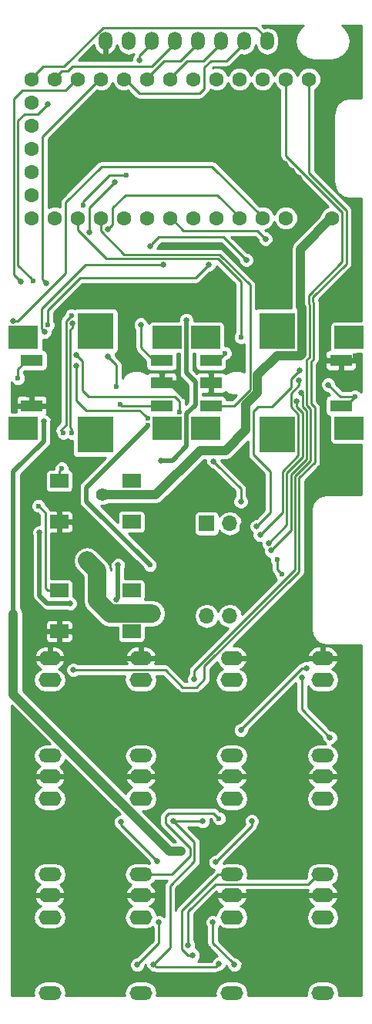
<source format=gbr>
G04 #@! TF.FileFunction,Copper,L1,Top,Signal*
%FSLAX46Y46*%
G04 Gerber Fmt 4.6, Leading zero omitted, Abs format (unit mm)*
G04 Created by KiCad (PCBNEW 4.0.6) date 2018 February 05, Monday 13:52:32*
%MOMM*%
%LPD*%
G01*
G04 APERTURE LIST*
%ADD10C,0.100000*%
%ADD11R,1.700000X1.700000*%
%ADD12O,1.700000X1.700000*%
%ADD13C,1.600000*%
%ADD14R,1.600000X1.600000*%
%ADD15R,2.400000X1.300000*%
%ADD16R,4.000000X4.000000*%
%ADD17R,3.200000X2.500000*%
%ADD18O,2.500000X1.500000*%
%ADD19O,2.500000X1.600000*%
%ADD20O,2.400000X1.600000*%
%ADD21R,2.000000X1.500000*%
%ADD22O,1.524000X2.000000*%
%ADD23C,0.600000*%
%ADD24C,1.400000*%
%ADD25C,1.000000*%
%ADD26C,0.650000*%
%ADD27C,0.500000*%
%ADD28C,2.000000*%
%ADD29C,0.250000*%
%ADD30C,1.000000*%
%ADD31C,0.254000*%
G04 APERTURE END LIST*
D10*
D11*
X22230000Y-55420000D03*
D12*
X24770000Y-55420000D03*
X22230000Y-57960000D03*
X24770000Y-57960000D03*
X22230000Y-60500000D03*
X24770000Y-60500000D03*
X22230000Y-63040000D03*
X24770000Y-63040000D03*
X22230000Y-65580000D03*
X24770000Y-65580000D03*
D13*
X2990000Y-14300000D03*
X2990000Y-16840000D03*
X2990000Y-19380000D03*
X2990000Y-21920000D03*
X2990000Y-11760000D03*
X2990000Y-9220000D03*
X2990000Y-6680000D03*
X5530000Y-21920000D03*
X8070000Y-21920000D03*
X10610000Y-21920000D03*
X13150000Y-21920000D03*
X15690000Y-21920000D03*
X18230000Y-21920000D03*
X20770000Y-21920000D03*
X23310000Y-21920000D03*
X25850000Y-21920000D03*
X28390000Y-21920000D03*
X30930000Y-21920000D03*
X33470000Y-21920000D03*
X36010000Y-21920000D03*
X5530000Y-6680000D03*
X8070000Y-6680000D03*
X10610000Y-6680000D03*
X13150000Y-6680000D03*
X15690000Y-6680000D03*
X18230000Y-6680000D03*
X20770000Y-6680000D03*
X23310000Y-6680000D03*
X25850000Y-6680000D03*
X28390000Y-6680000D03*
X30930000Y-6680000D03*
X33470000Y-6680000D03*
D14*
X36010000Y-6680000D03*
D15*
X22700000Y-37500000D03*
X22700000Y-40000000D03*
X22700000Y-42500000D03*
X37000000Y-42500000D03*
X37000000Y-37500000D03*
D16*
X30000000Y-45700000D03*
X30000000Y-34300000D03*
D17*
X37900000Y-35000000D03*
X22100000Y-35000000D03*
X22100000Y-45000000D03*
X37900000Y-45000000D03*
D15*
X17300000Y-42500000D03*
X17300000Y-40000000D03*
X17300000Y-37500000D03*
X3000000Y-37500000D03*
X3000000Y-42500000D03*
D16*
X10000000Y-34300000D03*
X10000000Y-45700000D03*
D17*
X2100000Y-45000000D03*
X17900000Y-45000000D03*
X17900000Y-35000000D03*
X2100000Y-35000000D03*
D18*
X5000000Y-80920000D03*
D19*
X5000000Y-72620000D03*
D20*
X5000000Y-70200000D03*
D18*
X15000000Y-80920000D03*
D19*
X15000000Y-72620000D03*
D20*
X15000000Y-70200000D03*
D18*
X25000000Y-80920000D03*
D19*
X25000000Y-72620000D03*
D20*
X25000000Y-70200000D03*
D18*
X35000000Y-80920000D03*
D19*
X35000000Y-72620000D03*
D20*
X35000000Y-70200000D03*
D18*
X5000000Y-93920000D03*
D19*
X5000000Y-85620000D03*
D20*
X5000000Y-83200000D03*
D18*
X15000000Y-93920000D03*
D19*
X15000000Y-85620000D03*
D20*
X15000000Y-83200000D03*
D18*
X25000000Y-93920000D03*
D19*
X25000000Y-85620000D03*
D20*
X25000000Y-83200000D03*
D18*
X35000000Y-93920000D03*
D19*
X35000000Y-85620000D03*
D20*
X35000000Y-83200000D03*
D18*
X5000000Y-106920000D03*
D19*
X5000000Y-98620000D03*
D20*
X5000000Y-96200000D03*
D18*
X15000000Y-106920000D03*
D19*
X15000000Y-98620000D03*
D20*
X15000000Y-96200000D03*
D18*
X25000000Y-106920000D03*
D19*
X25000000Y-98620000D03*
D20*
X25000000Y-96200000D03*
D18*
X35000000Y-106920000D03*
D19*
X35000000Y-98620000D03*
D20*
X35000000Y-96200000D03*
D21*
X6025000Y-62750000D03*
X13975000Y-62750000D03*
X13975000Y-67250000D03*
X6025000Y-67250000D03*
X6025000Y-50750000D03*
X13975000Y-50750000D03*
X13975000Y-55250000D03*
X6025000Y-55250000D03*
D22*
X11110000Y-2500000D03*
X13650000Y-2500000D03*
X16190000Y-2500000D03*
X18730000Y-2500000D03*
X21270000Y-2500000D03*
X23810000Y-2500000D03*
X26350000Y-2500000D03*
X28890000Y-2500000D03*
D23*
X15750192Y-44674984D03*
D24*
X9100000Y-59500000D03*
X16200000Y-65299982D03*
D23*
X16000000Y-60000000D03*
X38575021Y-37000000D03*
X21900000Y-25000000D03*
X21300000Y-25000000D03*
X20700000Y-25000000D03*
X20100000Y-25000000D03*
X19500000Y-25000000D03*
X18900000Y-25000000D03*
X18300000Y-25000000D03*
X17700000Y-25000000D03*
X27988552Y-49889016D03*
X28000000Y-51100000D03*
X28000000Y-50500000D03*
X28500000Y-50200000D03*
X28500000Y-50800000D03*
X28500000Y-51400000D03*
X5300000Y-44400000D03*
X19750000Y-41500000D03*
X2658607Y-41321275D03*
D25*
X29650000Y-7800000D03*
X29650000Y-8800000D03*
X29650000Y-9800000D03*
X29650000Y-10800000D03*
X28600000Y-13950000D03*
X29300000Y-14650000D03*
X30050000Y-15400000D03*
X30800000Y-16150000D03*
X31550000Y-16900000D03*
X32300000Y-17650000D03*
D26*
X6900000Y-57500000D03*
X5900000Y-57500000D03*
X5400000Y-57800000D03*
X5400000Y-58400000D03*
X5400000Y-59000000D03*
X5400000Y-59600000D03*
X5400000Y-60200000D03*
X5400000Y-60800000D03*
X5900000Y-60500000D03*
X5900000Y-59900000D03*
X5900000Y-59300000D03*
X5900000Y-58700000D03*
X5900000Y-58100000D03*
X6400000Y-57800000D03*
X6400000Y-58400000D03*
X6400000Y-59000000D03*
X6400000Y-59600000D03*
X6400000Y-60200000D03*
X6400000Y-60800000D03*
X6900000Y-60500000D03*
X6900000Y-59900000D03*
X6900000Y-59300000D03*
X6900000Y-58700000D03*
X6900000Y-58100000D03*
X7400000Y-57800000D03*
X7400000Y-58400000D03*
X7400000Y-59000000D03*
X7400000Y-59600000D03*
X7400000Y-60200000D03*
X7400000Y-60800000D03*
X20000000Y-33100006D03*
X17200000Y-48500000D03*
X12300000Y-63774965D03*
X12500000Y-59999996D03*
X4375889Y-44261456D03*
D25*
X19400000Y-91374990D03*
X1000000Y-65400000D03*
D26*
X3849990Y-56418613D03*
D24*
X10750000Y-52250000D03*
D26*
X7200000Y-64200000D03*
X14850000Y-4600000D03*
D23*
X38532626Y-41512671D03*
D26*
X35600000Y-40200000D03*
D23*
X26000000Y-35000000D03*
X24250000Y-36750000D03*
D26*
X32149968Y-42000000D03*
X29051301Y-57587179D03*
X32500000Y-38600000D03*
X27750000Y-55750000D03*
X32599979Y-41100000D03*
X29299979Y-58400000D03*
X28700000Y-24200000D03*
X32400000Y-39700000D03*
X28100000Y-56700000D03*
X15000000Y-33600000D03*
X1000000Y-33224988D03*
D23*
X1500000Y-39500000D03*
X3200000Y-28800000D03*
D26*
X4800000Y-9400000D03*
X1800000Y-28900000D03*
X4600012Y-29078216D03*
X12100000Y-18000000D03*
D23*
X7400000Y-45500000D03*
D26*
X7474982Y-33500000D03*
X9350000Y-23500000D03*
D23*
X13400000Y-17200000D03*
X6500000Y-45500000D03*
X7400000Y-32600000D03*
X8700000Y-20500000D03*
D26*
X32709627Y-72309627D03*
X35800000Y-78900000D03*
X26000000Y-78100000D03*
X33200000Y-71300000D03*
X20900000Y-72500000D03*
X7600000Y-71500000D03*
X23000000Y-48600000D03*
X25985757Y-53014243D03*
X18600000Y-88100000D03*
X23600000Y-103700000D03*
X16400000Y-103800000D03*
X21800000Y-88100000D03*
X12800000Y-88200000D03*
X16800000Y-92500000D03*
X27200000Y-88100000D03*
X23200000Y-92600000D03*
X25300000Y-103844947D03*
X22900000Y-99200000D03*
X14600000Y-103844947D03*
X17000000Y-99200000D03*
D23*
X3750000Y-53500000D03*
X6300000Y-49400000D03*
D26*
X7900021Y-36950000D03*
D23*
X19288589Y-43195309D03*
X15758869Y-43875029D03*
D26*
X7900021Y-38087490D03*
X4400000Y-34400000D03*
X17500000Y-27000021D03*
D23*
X4765208Y-33660225D03*
D26*
X22500000Y-27000021D03*
X11400000Y-37100000D03*
D23*
X12300000Y-40400000D03*
X12750000Y-42374990D03*
D26*
X11374989Y-23152711D03*
D23*
X23600000Y-87800000D03*
D26*
X20700000Y-102800000D03*
X20200000Y-101700000D03*
D23*
X30525010Y-61000000D03*
X29974990Y-59364883D03*
D26*
X16000000Y-25000000D03*
X26599990Y-26509630D03*
D27*
X15750000Y-44675176D02*
X15750192Y-44674984D01*
X9000000Y-51500000D02*
X15750000Y-44750000D01*
X16000000Y-60000000D02*
X9000000Y-53000000D01*
X15750000Y-44750000D02*
X15750000Y-44675176D01*
X9000000Y-53000000D02*
X9000000Y-51500000D01*
D28*
X16200000Y-65299982D02*
X11599982Y-65299982D01*
X11599982Y-65299982D02*
X10200000Y-63900000D01*
X10200000Y-63900000D02*
X10200000Y-60600000D01*
X10200000Y-60600000D02*
X9700000Y-60100000D01*
X9700000Y-60100000D02*
X9100000Y-59500000D01*
D29*
X37000000Y-37500000D02*
X38450000Y-37500000D01*
X38575021Y-37374979D02*
X38575021Y-37000000D01*
X38450000Y-37500000D02*
X38575021Y-37374979D01*
X21300000Y-25000000D02*
X21900000Y-25000000D01*
X20100000Y-25000000D02*
X20700000Y-25000000D01*
X18900000Y-25000000D02*
X19500000Y-25000000D01*
X17700000Y-25000000D02*
X18300000Y-25000000D01*
X28000000Y-50500000D02*
X28000000Y-49900464D01*
X28000000Y-49900464D02*
X27988552Y-49889016D01*
X28500000Y-50800000D02*
X28500000Y-50200000D01*
X25945001Y-55554999D02*
X28500000Y-53000000D01*
X28500000Y-53000000D02*
X28500000Y-51400000D01*
X24770000Y-57960000D02*
X25945001Y-56784999D01*
X25945001Y-56784999D02*
X25945001Y-55554999D01*
D27*
X17300000Y-40000000D02*
X18250000Y-40000000D01*
X18250000Y-40000000D02*
X19750000Y-41500000D01*
D29*
X3000000Y-41600000D02*
X2721275Y-41321275D01*
X2721275Y-41321275D02*
X2658607Y-41321275D01*
X3000000Y-42500000D02*
X3000000Y-41600000D01*
X29650000Y-9800000D02*
X29650000Y-8800000D01*
X28600000Y-13950000D02*
X28600000Y-11850000D01*
X28600000Y-11850000D02*
X29650000Y-10800000D01*
X29300000Y-14650000D02*
X28600000Y-13950000D01*
X30800000Y-16150000D02*
X30050000Y-15400000D01*
X32300000Y-17650000D02*
X31550000Y-16900000D01*
D27*
X5900000Y-57500000D02*
X6900000Y-57500000D01*
X5400000Y-58400000D02*
X5400000Y-57800000D01*
X5400000Y-59600000D02*
X5400000Y-59000000D01*
X5400000Y-60800000D02*
X5400000Y-60200000D01*
X5900000Y-59900000D02*
X5900000Y-60500000D01*
X5900000Y-58700000D02*
X5900000Y-59300000D01*
X6400000Y-57800000D02*
X6200000Y-57800000D01*
X6200000Y-57800000D02*
X5900000Y-58100000D01*
X6400000Y-59000000D02*
X6400000Y-58400000D01*
X6400000Y-60200000D02*
X6400000Y-59600000D01*
X6900000Y-60500000D02*
X6700000Y-60500000D01*
X6700000Y-60500000D02*
X6400000Y-60800000D01*
X6900000Y-59300000D02*
X6900000Y-59900000D01*
X6900000Y-58100000D02*
X6900000Y-58700000D01*
X7400000Y-58400000D02*
X7400000Y-57800000D01*
X7400000Y-59600000D02*
X7400000Y-59000000D01*
X7400000Y-60800000D02*
X7400000Y-60200000D01*
X17200000Y-48500000D02*
X18500000Y-48500000D01*
X20049999Y-46950001D02*
X20049999Y-43389999D01*
X20000000Y-38897002D02*
X20000000Y-33300000D01*
X18500000Y-48500000D02*
X20049999Y-46950001D01*
X20049999Y-43389999D02*
X21000000Y-42439998D01*
X21000000Y-42439998D02*
X21000000Y-39897002D01*
X21000000Y-39897002D02*
X20000000Y-38897002D01*
X20000000Y-33300000D02*
X20000000Y-33100006D01*
X12500000Y-63574965D02*
X12300000Y-63774965D01*
X12500000Y-59999996D02*
X12500000Y-63574965D01*
X1000000Y-65400000D02*
X1000000Y-49760002D01*
X4375889Y-46384113D02*
X4375889Y-44721075D01*
X1000000Y-49760002D02*
X4375889Y-46384113D01*
X4375889Y-44721075D02*
X4375889Y-44261456D01*
D30*
X18692894Y-91374990D02*
X19400000Y-91374990D01*
X18183656Y-91374990D02*
X18692894Y-91374990D01*
X1000000Y-65400000D02*
X1000000Y-74191334D01*
X1000000Y-74191334D02*
X18183656Y-91374990D01*
X26574989Y-42341752D02*
X27825011Y-41091730D01*
X26574989Y-45175011D02*
X26574989Y-42341752D01*
X10750000Y-52250000D02*
X16650000Y-52250000D01*
X16650000Y-52250000D02*
X21500000Y-47400000D01*
X32700001Y-36860001D02*
X32700001Y-31775022D01*
X32524978Y-25305022D02*
X36010000Y-21820000D01*
X21500000Y-47400000D02*
X24350000Y-47400000D01*
X32560001Y-37000001D02*
X32700001Y-36860001D01*
X29999999Y-37000001D02*
X32560001Y-37000001D01*
X27825011Y-39174989D02*
X29999999Y-37000001D01*
X27825011Y-41091730D02*
X27825011Y-39174989D01*
X24350000Y-47400000D02*
X26574989Y-45175011D01*
X32524978Y-31599999D02*
X32524978Y-25305022D01*
X32700001Y-31775022D02*
X32524978Y-31599999D01*
D27*
X3849990Y-56878232D02*
X3849990Y-56418613D01*
X4700000Y-64200000D02*
X3849990Y-63349990D01*
X7200000Y-64200000D02*
X4700000Y-64200000D01*
X3849990Y-63349990D02*
X3849990Y-56878232D01*
X35580000Y-21820000D02*
X36010000Y-21820000D01*
D29*
X26350000Y-2500000D02*
X26350000Y-2738000D01*
X26350000Y-2738000D02*
X24388000Y-4700000D01*
X24388000Y-4700000D02*
X22700000Y-4700000D01*
X22700000Y-4700000D02*
X22000000Y-5400000D01*
X22000000Y-5400000D02*
X22000000Y-7700000D01*
X22000000Y-7700000D02*
X21450000Y-8250000D01*
X21450000Y-8250000D02*
X14820000Y-8250000D01*
X14820000Y-8250000D02*
X13150000Y-6580000D01*
X14850000Y-4078000D02*
X14850000Y-4140381D01*
X14850000Y-4140381D02*
X14850000Y-4600000D01*
X16190000Y-2738000D02*
X14850000Y-4078000D01*
X16190000Y-2500000D02*
X16190000Y-2738000D01*
X28890000Y-2500000D02*
X28890000Y-2262000D01*
X28890000Y-2262000D02*
X27628000Y-1000000D01*
X27628000Y-1000000D02*
X10834736Y-1000000D01*
X10834736Y-1000000D02*
X6534736Y-5300000D01*
X6534736Y-5300000D02*
X4270000Y-5300000D01*
X4270000Y-5300000D02*
X2990000Y-6580000D01*
X37550000Y-42500000D02*
X38532626Y-41517374D01*
X38532626Y-41517374D02*
X38532626Y-41512671D01*
X35600000Y-40200000D02*
X36912671Y-41512671D01*
X38108362Y-41512671D02*
X38532626Y-41512671D01*
X37000000Y-42500000D02*
X37550000Y-42500000D01*
X36912671Y-41512671D02*
X38108362Y-41512671D01*
X26000000Y-28900000D02*
X26000000Y-34575736D01*
X23450011Y-26350011D02*
X26000000Y-28900000D01*
X11238007Y-26350011D02*
X23450011Y-26350011D01*
X8070000Y-23182004D02*
X11238007Y-26350011D01*
X8070000Y-21820000D02*
X8070000Y-23182004D01*
X26000000Y-34575736D02*
X26000000Y-35000000D01*
X22700000Y-37500000D02*
X23500000Y-37500000D01*
X23500000Y-37500000D02*
X24250000Y-36750000D01*
X13160274Y-25900000D02*
X23636411Y-25900000D01*
X24150000Y-42500000D02*
X22700000Y-42500000D01*
X27000000Y-29263589D02*
X27000000Y-40750000D01*
X23636411Y-25900000D02*
X27000000Y-29263589D01*
X10610000Y-21820000D02*
X10610000Y-23349726D01*
X27000000Y-40750000D02*
X25250000Y-42500000D01*
X10610000Y-23349726D02*
X13160274Y-25900000D01*
X25250000Y-42500000D02*
X24150000Y-42500000D01*
X32775012Y-43253599D02*
X32149968Y-42628555D01*
X32149968Y-42628555D02*
X32149968Y-42459619D01*
X31049967Y-49871446D02*
X32775012Y-48146401D01*
X32149968Y-42459619D02*
X32149968Y-42000000D01*
X32775012Y-48146401D02*
X32775012Y-43253599D01*
X31049967Y-55588513D02*
X31049967Y-49871446D01*
X29051301Y-57587179D02*
X31049967Y-55588513D01*
X27750000Y-55750000D02*
X29250000Y-54250000D01*
X29250000Y-49750000D02*
X27400000Y-47900000D01*
X29250000Y-54250000D02*
X29250000Y-49750000D01*
X31499988Y-40483212D02*
X31499988Y-39600012D01*
X29391491Y-42591709D02*
X31499988Y-40483212D01*
X27908291Y-42591709D02*
X29391491Y-42591709D01*
X32175001Y-38924999D02*
X32500000Y-38600000D01*
X27400000Y-43100000D02*
X27908291Y-42591709D01*
X31499988Y-39600012D02*
X32175001Y-38924999D01*
X27400000Y-47900000D02*
X27400000Y-43100000D01*
X32799978Y-42642154D02*
X32799978Y-41299999D01*
X33225023Y-43067199D02*
X32799978Y-42642154D01*
X29299979Y-58400000D02*
X31499978Y-56200001D01*
X33225023Y-48332801D02*
X33225023Y-43067199D01*
X31499978Y-56200001D02*
X31499978Y-50057846D01*
X31499978Y-50057846D02*
X33225023Y-48332801D01*
X32799978Y-41299999D02*
X32599979Y-41100000D01*
X18230000Y-21820000D02*
X19710000Y-23300000D01*
X19710000Y-23300000D02*
X27800000Y-23300000D01*
X28375001Y-23875001D02*
X28700000Y-24200000D01*
X27800000Y-23300000D02*
X28375001Y-23875001D01*
X32325001Y-43439999D02*
X31499967Y-42614965D01*
X31499967Y-42614965D02*
X31499967Y-41171610D01*
X32400000Y-40271577D02*
X32400000Y-40159619D01*
X30599956Y-49685046D02*
X32325001Y-47960001D01*
X28100000Y-56700000D02*
X30599956Y-54200044D01*
X32325001Y-47960001D02*
X32325001Y-43439999D01*
X31499967Y-41171610D02*
X32400000Y-40271577D01*
X32400000Y-40159619D02*
X32400000Y-39700000D01*
X30599956Y-54200044D02*
X30599956Y-49685046D01*
X15000000Y-33600000D02*
X15000000Y-36100000D01*
X15000000Y-36100000D02*
X16400000Y-37500000D01*
X16400000Y-37500000D02*
X17300000Y-37500000D01*
X15100000Y-33500000D02*
X15000000Y-33600000D01*
X1459619Y-33224988D02*
X1000000Y-33224988D01*
X6750000Y-27934607D02*
X1459619Y-33224988D01*
X10672002Y-16274998D02*
X6750000Y-20197000D01*
X22844998Y-16274998D02*
X10672002Y-16274998D01*
X28390000Y-21820000D02*
X22844998Y-16274998D01*
X6750000Y-20197000D02*
X6750000Y-27934607D01*
X3000000Y-37500000D02*
X2450000Y-37500000D01*
X2450000Y-37500000D02*
X1500000Y-38450000D01*
X1500000Y-38450000D02*
X1500000Y-39500000D01*
X4800000Y-9400000D02*
X3700000Y-10500000D01*
X3700000Y-10500000D02*
X2200000Y-10500000D01*
X2200000Y-10500000D02*
X1499988Y-11200012D01*
X1499988Y-27099988D02*
X2900001Y-28500001D01*
X1499988Y-11200012D02*
X1499988Y-27099988D01*
X2900001Y-28500001D02*
X3200000Y-28800000D01*
X18730000Y-2500000D02*
X18730000Y-2738000D01*
X18730000Y-2738000D02*
X16217998Y-5250002D01*
X16217998Y-5250002D02*
X7499998Y-5250002D01*
X7499998Y-5250002D02*
X6969999Y-5780001D01*
X6969999Y-5780001D02*
X6329999Y-5780001D01*
X6329999Y-5780001D02*
X5530000Y-6580000D01*
X1475001Y-28575001D02*
X1800000Y-28900000D01*
X1049977Y-28149977D02*
X1475001Y-28575001D01*
X2000000Y-7900000D02*
X1049977Y-8850023D01*
X8070000Y-6580000D02*
X6750000Y-7900000D01*
X1049977Y-8850023D02*
X1049977Y-28149977D01*
X6750000Y-7900000D02*
X2000000Y-7900000D01*
X10610000Y-6580000D02*
X4200000Y-12990000D01*
X4200000Y-12990000D02*
X4200000Y-28678204D01*
X4275013Y-28753217D02*
X4600012Y-29078216D01*
X4200000Y-28678204D02*
X4275013Y-28753217D01*
X21270000Y-2500000D02*
X21270000Y-2738000D01*
X21270000Y-2738000D02*
X19308000Y-4700000D01*
X19308000Y-4700000D02*
X17570000Y-4700000D01*
X17570000Y-4700000D02*
X16489999Y-5780001D01*
X16489999Y-5780001D02*
X15690000Y-6580000D01*
X23810000Y-2500000D02*
X23810000Y-2738000D01*
X20110000Y-4700000D02*
X19029999Y-5780001D01*
X23810000Y-2738000D02*
X21848000Y-4700000D01*
X21848000Y-4700000D02*
X20110000Y-4700000D01*
X19029999Y-5780001D02*
X18230000Y-6580000D01*
X7250011Y-34184590D02*
X7250011Y-44925747D01*
X7400000Y-45075736D02*
X7400000Y-45500000D01*
X7250011Y-44925747D02*
X7400000Y-45075736D01*
X7474982Y-33959619D02*
X7250011Y-34184590D01*
X7474982Y-33500000D02*
X7474982Y-33959619D01*
X11775001Y-18324999D02*
X12100000Y-18000000D01*
X9350000Y-20750000D02*
X11775001Y-18324999D01*
X9350000Y-23500000D02*
X9350000Y-20750000D01*
X6200001Y-45200001D02*
X6500000Y-45500000D01*
X7400000Y-32600000D02*
X6800000Y-33200000D01*
X6800000Y-33200000D02*
X6800000Y-44600002D01*
X6800000Y-44600002D02*
X6200001Y-45200001D01*
X11575736Y-17200000D02*
X12975736Y-17200000D01*
X8700000Y-20500000D02*
X8700000Y-20075736D01*
X12975736Y-17200000D02*
X13400000Y-17200000D01*
X8700000Y-20075736D02*
X11575736Y-17200000D01*
X32709627Y-72769246D02*
X32709627Y-72309627D01*
X35800000Y-78900000D02*
X32709627Y-75809627D01*
X32709627Y-75809627D02*
X32709627Y-72769246D01*
X32740381Y-71300000D02*
X26000000Y-78040381D01*
X26000000Y-78040381D02*
X26000000Y-78100000D01*
X33200000Y-71300000D02*
X32740381Y-71300000D01*
X20900000Y-72040381D02*
X20900000Y-72500000D01*
X31949989Y-60513600D02*
X20900000Y-71563589D01*
X33249989Y-37476754D02*
X33249989Y-42455754D01*
X33525012Y-37201731D02*
X33249989Y-37476754D01*
X20900000Y-71563589D02*
X20900000Y-72040381D01*
X33249989Y-42455754D02*
X33675034Y-42880799D01*
X33675034Y-42880799D02*
X33675034Y-48519201D01*
X33449989Y-31323246D02*
X33525012Y-31398269D01*
X33449989Y-30413601D02*
X33449989Y-31323246D01*
X33525012Y-31398269D02*
X33525012Y-37201731D01*
X37135001Y-21271411D02*
X37135001Y-26728589D01*
X37135001Y-26728589D02*
X33449989Y-30413601D01*
X31949989Y-50244246D02*
X31949989Y-60513600D01*
X33675034Y-48519201D02*
X31949989Y-50244246D01*
X30930000Y-6580000D02*
X30930000Y-15066410D01*
X30930000Y-15066410D02*
X37135001Y-21271411D01*
X33700000Y-37663154D02*
X33975023Y-37388131D01*
X34125045Y-48705601D02*
X34125045Y-42694399D01*
X33700000Y-42269354D02*
X33700000Y-37663154D01*
X32400000Y-50430646D02*
X34125045Y-48705601D01*
X33470000Y-16970000D02*
X33470000Y-6580000D01*
X7600000Y-71500000D02*
X8059619Y-71500000D01*
X8059619Y-71500000D02*
X8064629Y-71494990D01*
X8064629Y-71494990D02*
X17694990Y-71494990D01*
X17694990Y-71494990D02*
X19600000Y-73400000D01*
X33900000Y-31136846D02*
X33900000Y-30600001D01*
X33900000Y-30600001D02*
X37585012Y-26914989D01*
X19600000Y-73400000D02*
X21112004Y-73400000D01*
X21112004Y-73400000D02*
X22000002Y-72512002D01*
X22000002Y-72512002D02*
X22000002Y-71099998D01*
X37585012Y-26914989D02*
X37585012Y-21085012D01*
X37585012Y-21085012D02*
X33470000Y-16970000D01*
X33975023Y-31211869D02*
X33900000Y-31136846D01*
X33975023Y-37388131D02*
X33975023Y-31211869D01*
X22000002Y-71099998D02*
X32400000Y-60700000D01*
X32400000Y-60700000D02*
X32400000Y-50430646D01*
X34125045Y-42694399D02*
X33700000Y-42269354D01*
X25985757Y-51585757D02*
X23324999Y-48924999D01*
X25985757Y-53014243D02*
X25985757Y-51585757D01*
X23324999Y-48924999D02*
X23000000Y-48600000D01*
X16400000Y-103800000D02*
X18200000Y-102000000D01*
X18200000Y-102000000D02*
X18200000Y-95200000D01*
X18200000Y-95200000D02*
X20900000Y-92500000D01*
X20900000Y-92500000D02*
X20900000Y-90400000D01*
X20900000Y-90400000D02*
X18924999Y-88424999D01*
X18924999Y-88424999D02*
X18600000Y-88100000D01*
X21800000Y-88100000D02*
X18600000Y-88100000D01*
X23300001Y-103999999D02*
X23600000Y-103700000D01*
X23200001Y-104099999D02*
X23300001Y-103999999D01*
X16400000Y-103800000D02*
X16699999Y-104099999D01*
X16699999Y-104099999D02*
X23200001Y-104099999D01*
X16800000Y-92500000D02*
X12800000Y-88500000D01*
X12800000Y-88500000D02*
X12800000Y-88200000D01*
X23200000Y-92600000D02*
X27200000Y-88600000D01*
X27200000Y-88600000D02*
X27200000Y-88100000D01*
X22900000Y-101444947D02*
X24975001Y-103519948D01*
X22900000Y-99200000D02*
X22900000Y-101444947D01*
X24975001Y-103519948D02*
X25300000Y-103844947D01*
X14924999Y-103519948D02*
X14600000Y-103844947D01*
X17000000Y-101444947D02*
X14924999Y-103519948D01*
X17000000Y-99200000D02*
X17000000Y-101444947D01*
X4500000Y-62475000D02*
X4500000Y-54250000D01*
X4500000Y-54250000D02*
X3750000Y-53500000D01*
X4775000Y-62750000D02*
X4500000Y-62475000D01*
X6025000Y-62750000D02*
X4775000Y-62750000D01*
X6025000Y-50750000D02*
X6025000Y-49675000D01*
X6025000Y-49675000D02*
X6300000Y-49400000D01*
X9250000Y-41500000D02*
X8550023Y-40800023D01*
X18750000Y-41500000D02*
X9250000Y-41500000D01*
X19288589Y-43195309D02*
X19288589Y-42038589D01*
X8225020Y-37274999D02*
X7900021Y-36950000D01*
X8550023Y-37600002D02*
X8225020Y-37274999D01*
X8550023Y-40800023D02*
X8550023Y-37600002D01*
X19288589Y-42038589D02*
X18750000Y-41500000D01*
X15458870Y-43575030D02*
X15758869Y-43875029D01*
X14883840Y-43000000D02*
X15458870Y-43575030D01*
X7900021Y-38087490D02*
X7900021Y-41900021D01*
X7900021Y-41900021D02*
X9000000Y-43000000D01*
X9000000Y-43000000D02*
X14883840Y-43000000D01*
X4075001Y-34075001D02*
X4400000Y-34400000D01*
X17500000Y-27000021D02*
X8963568Y-27000021D01*
X8963568Y-27000021D02*
X4075001Y-31888588D01*
X4075001Y-31888588D02*
X4075001Y-34075001D01*
X22500000Y-27000021D02*
X21000021Y-28500000D01*
X21000021Y-28500000D02*
X8300000Y-28500000D01*
X8300000Y-28500000D02*
X4800000Y-32000000D01*
X4800000Y-32000000D02*
X4800000Y-33625433D01*
X4800000Y-33625433D02*
X4765208Y-33660225D01*
X11724999Y-37424999D02*
X11400000Y-37100000D01*
X12300000Y-38000000D02*
X11724999Y-37424999D01*
X12300000Y-40400000D02*
X12300000Y-38000000D01*
X17300000Y-42500000D02*
X12875010Y-42500000D01*
X12875010Y-42500000D02*
X12750000Y-42374990D01*
X25850000Y-21820000D02*
X23430000Y-19400000D01*
X23430000Y-19400000D02*
X13300000Y-19400000D01*
X13300000Y-19400000D02*
X11900000Y-20800000D01*
X11900000Y-20800000D02*
X11900000Y-22627700D01*
X11900000Y-22627700D02*
X11699988Y-22827712D01*
X11699988Y-22827712D02*
X11374989Y-23152711D01*
X15000000Y-93920000D02*
X18380000Y-93920000D01*
X18380000Y-93920000D02*
X20400000Y-91900000D01*
X20400000Y-91900000D02*
X20400000Y-91000000D01*
X17700000Y-88300000D02*
X17700000Y-87600000D01*
X20400000Y-91000000D02*
X17700000Y-88300000D01*
X23000000Y-87200000D02*
X23600000Y-87800000D01*
X17700000Y-87600000D02*
X18100000Y-87200000D01*
X18100000Y-87200000D02*
X23000000Y-87200000D01*
X25000000Y-93920000D02*
X23500000Y-93920000D01*
X23500000Y-93920000D02*
X19500000Y-97920000D01*
X19500000Y-97920000D02*
X19500000Y-102124284D01*
X19500000Y-102124284D02*
X20175716Y-102800000D01*
X20175716Y-102800000D02*
X20275736Y-102800000D01*
X20275736Y-102800000D02*
X20700000Y-102800000D01*
X35000000Y-93920000D02*
X34480000Y-93920000D01*
X34480000Y-93920000D02*
X33400000Y-95000000D01*
X33400000Y-95000000D02*
X23200000Y-95000000D01*
X20200000Y-98000000D02*
X20200000Y-101275736D01*
X23200000Y-95000000D02*
X20200000Y-98000000D01*
X20200000Y-101275736D02*
X20200000Y-101700000D01*
X30225011Y-60700001D02*
X30525010Y-61000000D01*
X29974990Y-60449980D02*
X30225011Y-60700001D01*
X29974990Y-59364883D02*
X29974990Y-60449980D01*
X26599990Y-26509630D02*
X24090360Y-24000000D01*
X24090360Y-24000000D02*
X17000000Y-24000000D01*
X17000000Y-24000000D02*
X16324999Y-24675001D01*
X16324999Y-24675001D02*
X16000000Y-25000000D01*
D31*
G36*
X32587661Y-995984D02*
X32126585Y-1686032D01*
X31964677Y-2500000D01*
X32126585Y-3313968D01*
X32587661Y-4004016D01*
X33277709Y-4465092D01*
X34091677Y-4627000D01*
X35908323Y-4627000D01*
X36722291Y-4465092D01*
X37412339Y-4004016D01*
X37873415Y-3313968D01*
X38035323Y-2500000D01*
X37873415Y-1686032D01*
X37412339Y-995984D01*
X37084607Y-777000D01*
X39223000Y-777000D01*
X39223000Y-8723000D01*
X38000000Y-8723000D01*
X37924942Y-8737930D01*
X37848415Y-8737930D01*
X37465733Y-8814050D01*
X37465732Y-8814050D01*
X37185639Y-8930068D01*
X36861215Y-9146841D01*
X36827892Y-9180164D01*
X36800000Y-9180164D01*
X36750590Y-9190170D01*
X36708965Y-9218611D01*
X36681685Y-9261005D01*
X36673000Y-9307164D01*
X36673000Y-9335056D01*
X36646841Y-9361215D01*
X36430068Y-9685639D01*
X36314050Y-9965732D01*
X36314050Y-9965733D01*
X36237930Y-10348416D01*
X36237930Y-10424942D01*
X36223000Y-10500000D01*
X36223000Y-18000000D01*
X36237930Y-18075058D01*
X36237930Y-18151584D01*
X36314050Y-18534267D01*
X36314050Y-18534268D01*
X36430068Y-18814361D01*
X36646841Y-19138785D01*
X36861215Y-19353159D01*
X37185639Y-19569932D01*
X37465732Y-19685950D01*
X37465733Y-19685950D01*
X37848415Y-19762070D01*
X37924942Y-19762070D01*
X38000000Y-19777000D01*
X39223000Y-19777000D01*
X39223000Y-33212676D01*
X36300000Y-33212676D01*
X36104706Y-33249423D01*
X35925340Y-33364842D01*
X35805010Y-33540951D01*
X35762676Y-33750000D01*
X35762676Y-36250000D01*
X35776412Y-36323000D01*
X35695173Y-36323000D01*
X35501479Y-36403231D01*
X35353231Y-36551478D01*
X35273000Y-36745173D01*
X35273000Y-37195250D01*
X35404750Y-37327000D01*
X36827000Y-37327000D01*
X36827000Y-37307000D01*
X37173000Y-37307000D01*
X37173000Y-37327000D01*
X38595250Y-37327000D01*
X38727000Y-37195250D01*
X38727000Y-36787324D01*
X39223000Y-36787324D01*
X39223000Y-41033675D01*
X39001696Y-40811983D01*
X38697848Y-40685815D01*
X38368847Y-40685528D01*
X38064780Y-40811166D01*
X38015188Y-40860671D01*
X37182739Y-40860671D01*
X36452062Y-40129994D01*
X36452148Y-40031270D01*
X36322712Y-39718011D01*
X36083250Y-39478130D01*
X35770217Y-39348148D01*
X35431270Y-39347852D01*
X35118011Y-39477288D01*
X34878130Y-39716750D01*
X34748148Y-40029783D01*
X34747852Y-40368730D01*
X34877288Y-40681989D01*
X35116750Y-40921870D01*
X35429783Y-41051852D01*
X35529871Y-41051939D01*
X35792095Y-41314163D01*
X35604706Y-41349423D01*
X35425340Y-41464842D01*
X35305010Y-41640951D01*
X35262676Y-41850000D01*
X35262676Y-43150000D01*
X35299423Y-43345294D01*
X35414842Y-43524660D01*
X35590951Y-43644990D01*
X35776339Y-43682532D01*
X35762676Y-43750000D01*
X35762676Y-46250000D01*
X35799423Y-46445294D01*
X35914842Y-46624660D01*
X36090951Y-46744990D01*
X36300000Y-46787324D01*
X39223000Y-46787324D01*
X39223000Y-52223000D01*
X35500000Y-52223000D01*
X35424942Y-52237930D01*
X35348415Y-52237930D01*
X34965733Y-52314050D01*
X34965732Y-52314050D01*
X34685639Y-52430068D01*
X34361215Y-52646841D01*
X34327892Y-52680164D01*
X34300000Y-52680164D01*
X34250590Y-52690170D01*
X34208965Y-52718611D01*
X34181685Y-52761005D01*
X34173000Y-52807164D01*
X34173000Y-52835056D01*
X34146841Y-52861215D01*
X33930068Y-53185639D01*
X33814050Y-53465732D01*
X33814050Y-53465733D01*
X33737930Y-53848416D01*
X33737930Y-53924942D01*
X33723000Y-54000000D01*
X33723000Y-67000000D01*
X33737930Y-67075058D01*
X33737930Y-67151584D01*
X33814050Y-67534267D01*
X33814050Y-67534268D01*
X33930068Y-67814361D01*
X34146841Y-68138785D01*
X34173000Y-68164944D01*
X34173000Y-68207164D01*
X34183006Y-68256574D01*
X34211447Y-68298199D01*
X34253841Y-68325479D01*
X34300000Y-68334164D01*
X34342220Y-68334164D01*
X34361215Y-68353159D01*
X34685639Y-68569932D01*
X34965732Y-68685950D01*
X34965733Y-68685950D01*
X35348415Y-68762070D01*
X35424942Y-68762070D01*
X35500000Y-68777000D01*
X39223000Y-68777000D01*
X39223000Y-107223000D01*
X36751542Y-107223000D01*
X36811813Y-106920000D01*
X36714607Y-106431313D01*
X36437788Y-106017025D01*
X36023500Y-105740206D01*
X35534813Y-105643000D01*
X34465187Y-105643000D01*
X33976500Y-105740206D01*
X33562212Y-106017025D01*
X33285393Y-106431313D01*
X33188187Y-106920000D01*
X33248458Y-107223000D01*
X26751542Y-107223000D01*
X26811813Y-106920000D01*
X26714607Y-106431313D01*
X26437788Y-106017025D01*
X26023500Y-105740206D01*
X25534813Y-105643000D01*
X24465187Y-105643000D01*
X23976500Y-105740206D01*
X23562212Y-106017025D01*
X23285393Y-106431313D01*
X23188187Y-106920000D01*
X23248458Y-107223000D01*
X16751542Y-107223000D01*
X16811813Y-106920000D01*
X16714607Y-106431313D01*
X16437788Y-106017025D01*
X16023500Y-105740206D01*
X15534813Y-105643000D01*
X14465187Y-105643000D01*
X13976500Y-105740206D01*
X13562212Y-106017025D01*
X13285393Y-106431313D01*
X13188187Y-106920000D01*
X13248458Y-107223000D01*
X6751542Y-107223000D01*
X6811813Y-106920000D01*
X6714607Y-106431313D01*
X6437788Y-106017025D01*
X6023500Y-105740206D01*
X5534813Y-105643000D01*
X4465187Y-105643000D01*
X3976500Y-105740206D01*
X3562212Y-106017025D01*
X3285393Y-106431313D01*
X3188187Y-106920000D01*
X3248458Y-107223000D01*
X777000Y-107223000D01*
X777000Y-98620000D01*
X3188187Y-98620000D01*
X3289199Y-99127821D01*
X3576856Y-99558331D01*
X4007366Y-99845988D01*
X4515187Y-99947000D01*
X5484813Y-99947000D01*
X5992634Y-99845988D01*
X6423144Y-99558331D01*
X6710801Y-99127821D01*
X6811813Y-98620000D01*
X6710801Y-98112179D01*
X6423144Y-97681669D01*
X5992634Y-97394012D01*
X5976118Y-97390727D01*
X6067652Y-97359784D01*
X6460660Y-97016001D01*
X6672414Y-96576687D01*
X6582664Y-96373000D01*
X5173000Y-96373000D01*
X5173000Y-96393000D01*
X4827000Y-96393000D01*
X4827000Y-96373000D01*
X3417336Y-96373000D01*
X3327586Y-96576687D01*
X3539340Y-97016001D01*
X3932348Y-97359784D01*
X4023882Y-97390727D01*
X4007366Y-97394012D01*
X3576856Y-97681669D01*
X3289199Y-98112179D01*
X3188187Y-98620000D01*
X777000Y-98620000D01*
X777000Y-93920000D01*
X3188187Y-93920000D01*
X3285393Y-94408687D01*
X3562212Y-94822975D01*
X3912855Y-95057268D01*
X3539340Y-95383999D01*
X3327586Y-95823313D01*
X3417336Y-96027000D01*
X4827000Y-96027000D01*
X4827000Y-96007000D01*
X5173000Y-96007000D01*
X5173000Y-96027000D01*
X6582664Y-96027000D01*
X6672414Y-95823313D01*
X6460660Y-95383999D01*
X6087145Y-95057268D01*
X6437788Y-94822975D01*
X6714607Y-94408687D01*
X6811813Y-93920000D01*
X6714607Y-93431313D01*
X6437788Y-93017025D01*
X6023500Y-92740206D01*
X5534813Y-92643000D01*
X4465187Y-92643000D01*
X3976500Y-92740206D01*
X3562212Y-93017025D01*
X3285393Y-93431313D01*
X3188187Y-93920000D01*
X777000Y-93920000D01*
X777000Y-85620000D01*
X3188187Y-85620000D01*
X3289199Y-86127821D01*
X3576856Y-86558331D01*
X4007366Y-86845988D01*
X4515187Y-86947000D01*
X5484813Y-86947000D01*
X5992634Y-86845988D01*
X6423144Y-86558331D01*
X6710801Y-86127821D01*
X6811813Y-85620000D01*
X6710801Y-85112179D01*
X6423144Y-84681669D01*
X5992634Y-84394012D01*
X5976118Y-84390727D01*
X6067652Y-84359784D01*
X6460660Y-84016001D01*
X6672414Y-83576687D01*
X6582664Y-83373000D01*
X5173000Y-83373000D01*
X5173000Y-83393000D01*
X4827000Y-83393000D01*
X4827000Y-83373000D01*
X3417336Y-83373000D01*
X3327586Y-83576687D01*
X3539340Y-84016001D01*
X3932348Y-84359784D01*
X4023882Y-84390727D01*
X4007366Y-84394012D01*
X3576856Y-84681669D01*
X3289199Y-85112179D01*
X3188187Y-85620000D01*
X777000Y-85620000D01*
X777000Y-75420732D01*
X4999268Y-79643000D01*
X4465187Y-79643000D01*
X3976500Y-79740206D01*
X3562212Y-80017025D01*
X3285393Y-80431313D01*
X3188187Y-80920000D01*
X3285393Y-81408687D01*
X3562212Y-81822975D01*
X3912855Y-82057268D01*
X3539340Y-82383999D01*
X3327586Y-82823313D01*
X3417336Y-83027000D01*
X4827000Y-83027000D01*
X4827000Y-83007000D01*
X5173000Y-83007000D01*
X5173000Y-83027000D01*
X6582664Y-83027000D01*
X6672414Y-82823313D01*
X6460660Y-82383999D01*
X6087145Y-82057268D01*
X6437788Y-81822975D01*
X6714607Y-81408687D01*
X6722960Y-81366692D01*
X12704184Y-87347916D01*
X12631270Y-87347852D01*
X12318011Y-87477288D01*
X12078130Y-87716750D01*
X11948148Y-88029783D01*
X11947852Y-88368730D01*
X12077288Y-88681989D01*
X12304797Y-88909896D01*
X12338966Y-88961034D01*
X15947938Y-92570005D01*
X15947852Y-92668730D01*
X15973256Y-92730212D01*
X15534813Y-92643000D01*
X14465187Y-92643000D01*
X13976500Y-92740206D01*
X13562212Y-93017025D01*
X13285393Y-93431313D01*
X13188187Y-93920000D01*
X13285393Y-94408687D01*
X13562212Y-94822975D01*
X13912855Y-95057268D01*
X13539340Y-95383999D01*
X13327586Y-95823313D01*
X13417336Y-96027000D01*
X14827000Y-96027000D01*
X14827000Y-96007000D01*
X15173000Y-96007000D01*
X15173000Y-96027000D01*
X16582664Y-96027000D01*
X16672414Y-95823313D01*
X16460660Y-95383999D01*
X16087145Y-95057268D01*
X16437788Y-94822975D01*
X16605485Y-94572000D01*
X17905932Y-94572000D01*
X17738966Y-94738966D01*
X17597631Y-94950490D01*
X17597631Y-94950491D01*
X17547999Y-95200000D01*
X17548000Y-95200005D01*
X17548000Y-98542993D01*
X17483250Y-98478130D01*
X17170217Y-98348148D01*
X16831270Y-98347852D01*
X16763268Y-98375950D01*
X16710801Y-98112179D01*
X16423144Y-97681669D01*
X15992634Y-97394012D01*
X15976118Y-97390727D01*
X16067652Y-97359784D01*
X16460660Y-97016001D01*
X16672414Y-96576687D01*
X16582664Y-96373000D01*
X15173000Y-96373000D01*
X15173000Y-96393000D01*
X14827000Y-96393000D01*
X14827000Y-96373000D01*
X13417336Y-96373000D01*
X13327586Y-96576687D01*
X13539340Y-97016001D01*
X13932348Y-97359784D01*
X14023882Y-97390727D01*
X14007366Y-97394012D01*
X13576856Y-97681669D01*
X13289199Y-98112179D01*
X13188187Y-98620000D01*
X13289199Y-99127821D01*
X13576856Y-99558331D01*
X14007366Y-99845988D01*
X14515187Y-99947000D01*
X15484813Y-99947000D01*
X15992634Y-99845988D01*
X16268804Y-99661457D01*
X16277288Y-99681989D01*
X16348000Y-99752825D01*
X16348000Y-101174880D01*
X14529994Y-102992885D01*
X14431270Y-102992799D01*
X14118011Y-103122235D01*
X13878130Y-103361697D01*
X13748148Y-103674730D01*
X13747852Y-104013677D01*
X13877288Y-104326936D01*
X14116750Y-104566817D01*
X14429783Y-104696799D01*
X14768730Y-104697095D01*
X15081989Y-104567659D01*
X15321870Y-104328197D01*
X15451852Y-104015164D01*
X15451939Y-103915076D01*
X15547983Y-103819032D01*
X15547852Y-103968730D01*
X15677288Y-104281989D01*
X15916750Y-104521870D01*
X16229783Y-104651852D01*
X16375076Y-104651979D01*
X16450490Y-104702369D01*
X16699999Y-104752000D01*
X16700004Y-104751999D01*
X23199996Y-104751999D01*
X23200001Y-104752000D01*
X23408114Y-104710603D01*
X23449511Y-104702368D01*
X23661035Y-104561033D01*
X23670006Y-104552062D01*
X23768730Y-104552148D01*
X24081989Y-104422712D01*
X24321870Y-104183250D01*
X24437578Y-103904592D01*
X24447938Y-103914952D01*
X24447852Y-104013677D01*
X24577288Y-104326936D01*
X24816750Y-104566817D01*
X25129783Y-104696799D01*
X25468730Y-104697095D01*
X25781989Y-104567659D01*
X26021870Y-104328197D01*
X26151852Y-104015164D01*
X26152148Y-103676217D01*
X26022712Y-103362958D01*
X25783250Y-103123077D01*
X25470217Y-102993095D01*
X25370128Y-102993008D01*
X23552000Y-101174879D01*
X23552000Y-99752998D01*
X23621870Y-99683250D01*
X23652698Y-99609007D01*
X24007366Y-99845988D01*
X24515187Y-99947000D01*
X25484813Y-99947000D01*
X25992634Y-99845988D01*
X26423144Y-99558331D01*
X26710801Y-99127821D01*
X26811813Y-98620000D01*
X33188187Y-98620000D01*
X33289199Y-99127821D01*
X33576856Y-99558331D01*
X34007366Y-99845988D01*
X34515187Y-99947000D01*
X35484813Y-99947000D01*
X35992634Y-99845988D01*
X36423144Y-99558331D01*
X36710801Y-99127821D01*
X36811813Y-98620000D01*
X36710801Y-98112179D01*
X36423144Y-97681669D01*
X35992634Y-97394012D01*
X35976118Y-97390727D01*
X36067652Y-97359784D01*
X36460660Y-97016001D01*
X36672414Y-96576687D01*
X36582664Y-96373000D01*
X35173000Y-96373000D01*
X35173000Y-96393000D01*
X34827000Y-96393000D01*
X34827000Y-96373000D01*
X33417336Y-96373000D01*
X33327586Y-96576687D01*
X33539340Y-97016001D01*
X33932348Y-97359784D01*
X34023882Y-97390727D01*
X34007366Y-97394012D01*
X33576856Y-97681669D01*
X33289199Y-98112179D01*
X33188187Y-98620000D01*
X26811813Y-98620000D01*
X26710801Y-98112179D01*
X26423144Y-97681669D01*
X25992634Y-97394012D01*
X25976118Y-97390727D01*
X26067652Y-97359784D01*
X26460660Y-97016001D01*
X26672414Y-96576687D01*
X26582664Y-96373000D01*
X25173000Y-96373000D01*
X25173000Y-96393000D01*
X24827000Y-96393000D01*
X24827000Y-96373000D01*
X23417336Y-96373000D01*
X23327586Y-96576687D01*
X23539340Y-97016001D01*
X23932348Y-97359784D01*
X24023882Y-97390727D01*
X24007366Y-97394012D01*
X23576856Y-97681669D01*
X23289199Y-98112179D01*
X23229136Y-98414137D01*
X23070217Y-98348148D01*
X22731270Y-98347852D01*
X22418011Y-98477288D01*
X22178130Y-98716750D01*
X22048148Y-99029783D01*
X22047852Y-99368730D01*
X22177288Y-99681989D01*
X22248000Y-99752825D01*
X22248000Y-101444942D01*
X22247999Y-101444947D01*
X22289396Y-101653060D01*
X22297631Y-101694457D01*
X22418115Y-101874775D01*
X22438966Y-101905981D01*
X23395583Y-102862598D01*
X23118011Y-102977288D01*
X22878130Y-103216750D01*
X22782108Y-103447999D01*
X21256833Y-103447999D01*
X21421870Y-103283250D01*
X21551852Y-102970217D01*
X21552148Y-102631270D01*
X21422712Y-102318011D01*
X21183250Y-102078130D01*
X20997540Y-102001017D01*
X21051852Y-101870217D01*
X21052148Y-101531270D01*
X20922712Y-101218011D01*
X20852000Y-101147175D01*
X20852000Y-98270068D01*
X23354415Y-95767652D01*
X23327586Y-95823313D01*
X23417336Y-96027000D01*
X24827000Y-96027000D01*
X24827000Y-96007000D01*
X25173000Y-96007000D01*
X25173000Y-96027000D01*
X26582664Y-96027000D01*
X26672414Y-95823313D01*
X26589839Y-95652000D01*
X33399995Y-95652000D01*
X33400000Y-95652001D01*
X33411238Y-95649766D01*
X33327586Y-95823313D01*
X33417336Y-96027000D01*
X34827000Y-96027000D01*
X34827000Y-96007000D01*
X35173000Y-96007000D01*
X35173000Y-96027000D01*
X36582664Y-96027000D01*
X36672414Y-95823313D01*
X36460660Y-95383999D01*
X36087145Y-95057268D01*
X36437788Y-94822975D01*
X36714607Y-94408687D01*
X36811813Y-93920000D01*
X36714607Y-93431313D01*
X36437788Y-93017025D01*
X36023500Y-92740206D01*
X35534813Y-92643000D01*
X34465187Y-92643000D01*
X33976500Y-92740206D01*
X33562212Y-93017025D01*
X33285393Y-93431313D01*
X33188187Y-93920000D01*
X33249532Y-94228401D01*
X33129932Y-94348000D01*
X26726678Y-94348000D01*
X26811813Y-93920000D01*
X26714607Y-93431313D01*
X26437788Y-93017025D01*
X26023500Y-92740206D01*
X25534813Y-92643000D01*
X24465187Y-92643000D01*
X24051891Y-92725210D01*
X24051939Y-92670128D01*
X27661031Y-89061036D01*
X27661034Y-89061034D01*
X27802369Y-88849510D01*
X27838846Y-88666129D01*
X27921870Y-88583250D01*
X28051852Y-88270217D01*
X28052148Y-87931270D01*
X27922712Y-87618011D01*
X27683250Y-87378130D01*
X27370217Y-87248148D01*
X27031270Y-87247852D01*
X26718011Y-87377288D01*
X26478130Y-87616750D01*
X26348148Y-87929783D01*
X26347852Y-88268730D01*
X26424266Y-88453667D01*
X23129994Y-91747938D01*
X23031270Y-91747852D01*
X22718011Y-91877288D01*
X22478130Y-92116750D01*
X22348148Y-92429783D01*
X22347852Y-92768730D01*
X22477288Y-93081989D01*
X22716750Y-93321870D01*
X23029783Y-93451852D01*
X23049587Y-93451869D01*
X23038966Y-93458966D01*
X23038964Y-93458969D01*
X19038966Y-97458966D01*
X18897631Y-97670490D01*
X18897631Y-97670491D01*
X18852000Y-97899886D01*
X18852000Y-95470068D01*
X21361031Y-92961036D01*
X21361034Y-92961034D01*
X21502369Y-92749510D01*
X21502370Y-92749509D01*
X21552001Y-92500000D01*
X21552000Y-92499995D01*
X21552000Y-90400000D01*
X21502369Y-90150490D01*
X21361034Y-89938966D01*
X21361031Y-89938964D01*
X20174068Y-88752000D01*
X21247002Y-88752000D01*
X21316750Y-88821870D01*
X21629783Y-88951852D01*
X21968730Y-88952148D01*
X22281989Y-88822712D01*
X22521870Y-88583250D01*
X22651852Y-88270217D01*
X22652148Y-87931270D01*
X22619394Y-87852000D01*
X22729932Y-87852000D01*
X22772917Y-87894985D01*
X22772857Y-87963779D01*
X22898495Y-88267846D01*
X23130930Y-88500688D01*
X23434778Y-88626856D01*
X23763779Y-88627143D01*
X24067846Y-88501505D01*
X24300688Y-88269070D01*
X24426856Y-87965222D01*
X24427143Y-87636221D01*
X24301505Y-87332154D01*
X24069070Y-87099312D01*
X23765222Y-86973144D01*
X23695151Y-86973083D01*
X23461034Y-86738966D01*
X23249510Y-86597631D01*
X23208113Y-86589396D01*
X23000000Y-86547999D01*
X22999995Y-86548000D01*
X18100000Y-86548000D01*
X17850490Y-86597631D01*
X17638966Y-86738966D01*
X17638964Y-86738969D01*
X17238966Y-87138966D01*
X17097631Y-87350490D01*
X17097631Y-87350491D01*
X17047999Y-87600000D01*
X17048000Y-87600005D01*
X17048000Y-88299995D01*
X17047999Y-88300000D01*
X17072864Y-88424999D01*
X17097631Y-88549510D01*
X17181152Y-88674508D01*
X17238966Y-88761034D01*
X18825923Y-90347990D01*
X18609053Y-90347990D01*
X15208063Y-86947000D01*
X15484813Y-86947000D01*
X15992634Y-86845988D01*
X16423144Y-86558331D01*
X16710801Y-86127821D01*
X16811813Y-85620000D01*
X23188187Y-85620000D01*
X23289199Y-86127821D01*
X23576856Y-86558331D01*
X24007366Y-86845988D01*
X24515187Y-86947000D01*
X25484813Y-86947000D01*
X25992634Y-86845988D01*
X26423144Y-86558331D01*
X26710801Y-86127821D01*
X26811813Y-85620000D01*
X33188187Y-85620000D01*
X33289199Y-86127821D01*
X33576856Y-86558331D01*
X34007366Y-86845988D01*
X34515187Y-86947000D01*
X35484813Y-86947000D01*
X35992634Y-86845988D01*
X36423144Y-86558331D01*
X36710801Y-86127821D01*
X36811813Y-85620000D01*
X36710801Y-85112179D01*
X36423144Y-84681669D01*
X35992634Y-84394012D01*
X35976118Y-84390727D01*
X36067652Y-84359784D01*
X36460660Y-84016001D01*
X36672414Y-83576687D01*
X36582664Y-83373000D01*
X35173000Y-83373000D01*
X35173000Y-83393000D01*
X34827000Y-83393000D01*
X34827000Y-83373000D01*
X33417336Y-83373000D01*
X33327586Y-83576687D01*
X33539340Y-84016001D01*
X33932348Y-84359784D01*
X34023882Y-84390727D01*
X34007366Y-84394012D01*
X33576856Y-84681669D01*
X33289199Y-85112179D01*
X33188187Y-85620000D01*
X26811813Y-85620000D01*
X26710801Y-85112179D01*
X26423144Y-84681669D01*
X25992634Y-84394012D01*
X25976118Y-84390727D01*
X26067652Y-84359784D01*
X26460660Y-84016001D01*
X26672414Y-83576687D01*
X26582664Y-83373000D01*
X25173000Y-83373000D01*
X25173000Y-83393000D01*
X24827000Y-83393000D01*
X24827000Y-83373000D01*
X23417336Y-83373000D01*
X23327586Y-83576687D01*
X23539340Y-84016001D01*
X23932348Y-84359784D01*
X24023882Y-84390727D01*
X24007366Y-84394012D01*
X23576856Y-84681669D01*
X23289199Y-85112179D01*
X23188187Y-85620000D01*
X16811813Y-85620000D01*
X16710801Y-85112179D01*
X16423144Y-84681669D01*
X15992634Y-84394012D01*
X15976118Y-84390727D01*
X16067652Y-84359784D01*
X16460660Y-84016001D01*
X16672414Y-83576687D01*
X16582664Y-83373000D01*
X15173000Y-83373000D01*
X15173000Y-83393000D01*
X14827000Y-83393000D01*
X14827000Y-83373000D01*
X13417336Y-83373000D01*
X13327586Y-83576687D01*
X13539340Y-84016001D01*
X13932348Y-84359784D01*
X14023882Y-84390727D01*
X14007366Y-84394012D01*
X13576856Y-84681669D01*
X13322862Y-85061799D01*
X9181064Y-80920000D01*
X13188187Y-80920000D01*
X13285393Y-81408687D01*
X13562212Y-81822975D01*
X13912855Y-82057268D01*
X13539340Y-82383999D01*
X13327586Y-82823313D01*
X13417336Y-83027000D01*
X14827000Y-83027000D01*
X14827000Y-83007000D01*
X15173000Y-83007000D01*
X15173000Y-83027000D01*
X16582664Y-83027000D01*
X16672414Y-82823313D01*
X16460660Y-82383999D01*
X16087145Y-82057268D01*
X16437788Y-81822975D01*
X16714607Y-81408687D01*
X16811813Y-80920000D01*
X23188187Y-80920000D01*
X23285393Y-81408687D01*
X23562212Y-81822975D01*
X23912855Y-82057268D01*
X23539340Y-82383999D01*
X23327586Y-82823313D01*
X23417336Y-83027000D01*
X24827000Y-83027000D01*
X24827000Y-83007000D01*
X25173000Y-83007000D01*
X25173000Y-83027000D01*
X26582664Y-83027000D01*
X26672414Y-82823313D01*
X26460660Y-82383999D01*
X26087145Y-82057268D01*
X26437788Y-81822975D01*
X26714607Y-81408687D01*
X26811813Y-80920000D01*
X26714607Y-80431313D01*
X26437788Y-80017025D01*
X26023500Y-79740206D01*
X25534813Y-79643000D01*
X24465187Y-79643000D01*
X23976500Y-79740206D01*
X23562212Y-80017025D01*
X23285393Y-80431313D01*
X23188187Y-80920000D01*
X16811813Y-80920000D01*
X16714607Y-80431313D01*
X16437788Y-80017025D01*
X16023500Y-79740206D01*
X15534813Y-79643000D01*
X14465187Y-79643000D01*
X13976500Y-79740206D01*
X13562212Y-80017025D01*
X13285393Y-80431313D01*
X13188187Y-80920000D01*
X9181064Y-80920000D01*
X6529794Y-78268730D01*
X25147852Y-78268730D01*
X25277288Y-78581989D01*
X25516750Y-78821870D01*
X25829783Y-78951852D01*
X26168730Y-78952148D01*
X26481989Y-78822712D01*
X26721870Y-78583250D01*
X26851852Y-78270217D01*
X26851992Y-78110457D01*
X32057627Y-72904821D01*
X32057627Y-75809622D01*
X32057626Y-75809627D01*
X32099023Y-76017740D01*
X32107258Y-76059137D01*
X32248593Y-76270661D01*
X34947938Y-78970005D01*
X34947852Y-79068730D01*
X35077288Y-79381989D01*
X35316750Y-79621870D01*
X35367637Y-79643000D01*
X34465187Y-79643000D01*
X33976500Y-79740206D01*
X33562212Y-80017025D01*
X33285393Y-80431313D01*
X33188187Y-80920000D01*
X33285393Y-81408687D01*
X33562212Y-81822975D01*
X33912855Y-82057268D01*
X33539340Y-82383999D01*
X33327586Y-82823313D01*
X33417336Y-83027000D01*
X34827000Y-83027000D01*
X34827000Y-83007000D01*
X35173000Y-83007000D01*
X35173000Y-83027000D01*
X36582664Y-83027000D01*
X36672414Y-82823313D01*
X36460660Y-82383999D01*
X36087145Y-82057268D01*
X36437788Y-81822975D01*
X36714607Y-81408687D01*
X36811813Y-80920000D01*
X36714607Y-80431313D01*
X36437788Y-80017025D01*
X36023500Y-79740206D01*
X36006038Y-79736733D01*
X36281989Y-79622712D01*
X36521870Y-79383250D01*
X36651852Y-79070217D01*
X36652148Y-78731270D01*
X36522712Y-78418011D01*
X36283250Y-78178130D01*
X35970217Y-78048148D01*
X35870128Y-78048061D01*
X33361627Y-75539559D01*
X33361627Y-73236217D01*
X33576856Y-73558331D01*
X34007366Y-73845988D01*
X34515187Y-73947000D01*
X35484813Y-73947000D01*
X35992634Y-73845988D01*
X36423144Y-73558331D01*
X36710801Y-73127821D01*
X36811813Y-72620000D01*
X36710801Y-72112179D01*
X36423144Y-71681669D01*
X35992634Y-71394012D01*
X35976118Y-71390727D01*
X36067652Y-71359784D01*
X36460660Y-71016001D01*
X36672414Y-70576687D01*
X36582664Y-70373000D01*
X35173000Y-70373000D01*
X35173000Y-70393000D01*
X34827000Y-70393000D01*
X34827000Y-70373000D01*
X33417336Y-70373000D01*
X33382057Y-70453065D01*
X33370217Y-70448148D01*
X33031270Y-70447852D01*
X32718011Y-70577288D01*
X32623981Y-70671154D01*
X32490871Y-70697631D01*
X32279347Y-70838966D01*
X32279345Y-70838969D01*
X25870427Y-77247886D01*
X25831270Y-77247852D01*
X25518011Y-77377288D01*
X25278130Y-77616750D01*
X25148148Y-77929783D01*
X25147852Y-78268730D01*
X6529794Y-78268730D01*
X2027000Y-73765936D01*
X2027000Y-72620000D01*
X3188187Y-72620000D01*
X3289199Y-73127821D01*
X3576856Y-73558331D01*
X4007366Y-73845988D01*
X4515187Y-73947000D01*
X5484813Y-73947000D01*
X5992634Y-73845988D01*
X6423144Y-73558331D01*
X6710801Y-73127821D01*
X6811813Y-72620000D01*
X6710801Y-72112179D01*
X6423144Y-71681669D01*
X5992634Y-71394012D01*
X5976118Y-71390727D01*
X6067652Y-71359784D01*
X6460660Y-71016001D01*
X6672414Y-70576687D01*
X6582664Y-70373000D01*
X5173000Y-70373000D01*
X5173000Y-70393000D01*
X4827000Y-70393000D01*
X4827000Y-70373000D01*
X3417336Y-70373000D01*
X3327586Y-70576687D01*
X3539340Y-71016001D01*
X3932348Y-71359784D01*
X4023882Y-71390727D01*
X4007366Y-71394012D01*
X3576856Y-71681669D01*
X3289199Y-72112179D01*
X3188187Y-72620000D01*
X2027000Y-72620000D01*
X2027000Y-69823313D01*
X3327586Y-69823313D01*
X3417336Y-70027000D01*
X4827000Y-70027000D01*
X4827000Y-68873000D01*
X5173000Y-68873000D01*
X5173000Y-70027000D01*
X6582664Y-70027000D01*
X6672414Y-69823313D01*
X13327586Y-69823313D01*
X13417336Y-70027000D01*
X14827000Y-70027000D01*
X14827000Y-68873000D01*
X15173000Y-68873000D01*
X15173000Y-70027000D01*
X16582664Y-70027000D01*
X16672414Y-69823313D01*
X16460660Y-69383999D01*
X16067652Y-69040216D01*
X15573000Y-68873000D01*
X15173000Y-68873000D01*
X14827000Y-68873000D01*
X14427000Y-68873000D01*
X13932348Y-69040216D01*
X13539340Y-69383999D01*
X13327586Y-69823313D01*
X6672414Y-69823313D01*
X6460660Y-69383999D01*
X6067652Y-69040216D01*
X5573000Y-68873000D01*
X5173000Y-68873000D01*
X4827000Y-68873000D01*
X4427000Y-68873000D01*
X3932348Y-69040216D01*
X3539340Y-69383999D01*
X3327586Y-69823313D01*
X2027000Y-69823313D01*
X2027000Y-67554750D01*
X4498000Y-67554750D01*
X4498000Y-68104827D01*
X4578231Y-68298521D01*
X4726478Y-68446769D01*
X4920173Y-68527000D01*
X5720250Y-68527000D01*
X5852000Y-68395250D01*
X5852000Y-67423000D01*
X6198000Y-67423000D01*
X6198000Y-68395250D01*
X6329750Y-68527000D01*
X7129827Y-68527000D01*
X7323522Y-68446769D01*
X7471769Y-68298521D01*
X7552000Y-68104827D01*
X7552000Y-67554750D01*
X7420250Y-67423000D01*
X6198000Y-67423000D01*
X5852000Y-67423000D01*
X4629750Y-67423000D01*
X4498000Y-67554750D01*
X2027000Y-67554750D01*
X2027000Y-66395173D01*
X4498000Y-66395173D01*
X4498000Y-66945250D01*
X4629750Y-67077000D01*
X5852000Y-67077000D01*
X5852000Y-66104750D01*
X6198000Y-66104750D01*
X6198000Y-67077000D01*
X7420250Y-67077000D01*
X7552000Y-66945250D01*
X7552000Y-66395173D01*
X7471769Y-66201479D01*
X7323522Y-66053231D01*
X7129827Y-65973000D01*
X6329750Y-65973000D01*
X6198000Y-66104750D01*
X5852000Y-66104750D01*
X5720250Y-65973000D01*
X4920173Y-65973000D01*
X4726478Y-66053231D01*
X4578231Y-66201479D01*
X4498000Y-66395173D01*
X2027000Y-66395173D01*
X2027000Y-65400000D01*
X2027178Y-65196613D01*
X1871156Y-64819011D01*
X1777000Y-64724691D01*
X1777000Y-53663779D01*
X2922857Y-53663779D01*
X3048495Y-53967846D01*
X3280930Y-54200688D01*
X3584778Y-54326856D01*
X3654850Y-54326917D01*
X3848000Y-54520067D01*
X3848000Y-55566611D01*
X3681260Y-55566465D01*
X3368001Y-55695901D01*
X3128120Y-55935363D01*
X2998138Y-56248396D01*
X2997842Y-56587343D01*
X3072990Y-56769215D01*
X3072990Y-63349990D01*
X3132136Y-63647335D01*
X3300568Y-63899412D01*
X4150578Y-64749422D01*
X4402655Y-64917854D01*
X4700000Y-64977000D01*
X6849518Y-64977000D01*
X7029783Y-65051852D01*
X7368730Y-65052148D01*
X7681989Y-64922712D01*
X7921870Y-64683250D01*
X8051852Y-64370217D01*
X8052148Y-64031270D01*
X7922712Y-63718011D01*
X7683250Y-63478130D01*
X7562324Y-63427917D01*
X7562324Y-62000000D01*
X7525577Y-61804706D01*
X7410158Y-61625340D01*
X7234049Y-61505010D01*
X7025000Y-61462676D01*
X5152000Y-61462676D01*
X5152000Y-59500000D01*
X7573000Y-59500000D01*
X7689236Y-60084357D01*
X8020248Y-60579752D01*
X8673000Y-61232504D01*
X8673000Y-63900000D01*
X8789236Y-64484358D01*
X9082135Y-64922712D01*
X9120248Y-64979752D01*
X10520230Y-66379734D01*
X11015625Y-66710747D01*
X11599982Y-66826982D01*
X12437676Y-66826982D01*
X12437676Y-68000000D01*
X12474423Y-68195294D01*
X12589842Y-68374660D01*
X12765951Y-68494990D01*
X12975000Y-68537324D01*
X14975000Y-68537324D01*
X15170294Y-68500577D01*
X15349660Y-68385158D01*
X15469990Y-68209049D01*
X15512324Y-68000000D01*
X15512324Y-66826982D01*
X16200000Y-66826982D01*
X16784358Y-66710746D01*
X17279752Y-66379734D01*
X17610764Y-65884340D01*
X17727000Y-65299982D01*
X17610764Y-64715624D01*
X17279752Y-64220230D01*
X16784358Y-63889218D01*
X16200000Y-63772982D01*
X15426306Y-63772982D01*
X15469990Y-63709049D01*
X15512324Y-63500000D01*
X15512324Y-62000000D01*
X15475577Y-61804706D01*
X15360158Y-61625340D01*
X15184049Y-61505010D01*
X14975000Y-61462676D01*
X13277000Y-61462676D01*
X13277000Y-60350478D01*
X13351852Y-60170213D01*
X13352148Y-59831266D01*
X13222712Y-59518007D01*
X12983250Y-59278126D01*
X12670217Y-59148144D01*
X12331270Y-59147848D01*
X12018011Y-59277284D01*
X11778130Y-59516746D01*
X11648148Y-59829779D01*
X11647852Y-60168726D01*
X11723000Y-60350598D01*
X11723000Y-60579891D01*
X11610764Y-60015642D01*
X11279752Y-59520248D01*
X10179752Y-58420248D01*
X9684357Y-58089236D01*
X9100000Y-57973000D01*
X8515643Y-58089236D01*
X8020248Y-58420248D01*
X7689236Y-58915643D01*
X7573000Y-59500000D01*
X5152000Y-59500000D01*
X5152000Y-56527000D01*
X5720250Y-56527000D01*
X5852000Y-56395250D01*
X5852000Y-55423000D01*
X6198000Y-55423000D01*
X6198000Y-56395250D01*
X6329750Y-56527000D01*
X7129827Y-56527000D01*
X7323522Y-56446769D01*
X7471769Y-56298521D01*
X7552000Y-56104827D01*
X7552000Y-55554750D01*
X7420250Y-55423000D01*
X6198000Y-55423000D01*
X5852000Y-55423000D01*
X5832000Y-55423000D01*
X5832000Y-55077000D01*
X5852000Y-55077000D01*
X5852000Y-54104750D01*
X6198000Y-54104750D01*
X6198000Y-55077000D01*
X7420250Y-55077000D01*
X7552000Y-54945250D01*
X7552000Y-54395173D01*
X7471769Y-54201479D01*
X7323522Y-54053231D01*
X7129827Y-53973000D01*
X6329750Y-53973000D01*
X6198000Y-54104750D01*
X5852000Y-54104750D01*
X5720250Y-53973000D01*
X5084001Y-53973000D01*
X4961034Y-53788966D01*
X4961031Y-53788964D01*
X4577083Y-53405015D01*
X4577143Y-53336221D01*
X4451505Y-53032154D01*
X4219070Y-52799312D01*
X3915222Y-52673144D01*
X3586221Y-52672857D01*
X3282154Y-52798495D01*
X3049312Y-53030930D01*
X2923144Y-53334778D01*
X2922857Y-53663779D01*
X1777000Y-53663779D01*
X1777000Y-50081846D01*
X1858846Y-50000000D01*
X4487676Y-50000000D01*
X4487676Y-51500000D01*
X4524423Y-51695294D01*
X4639842Y-51874660D01*
X4815951Y-51994990D01*
X5025000Y-52037324D01*
X7025000Y-52037324D01*
X7220294Y-52000577D01*
X7399660Y-51885158D01*
X7519990Y-51709049D01*
X7562324Y-51500000D01*
X7562324Y-50000000D01*
X7525577Y-49804706D01*
X7410158Y-49625340D01*
X7234049Y-49505010D01*
X7126927Y-49483317D01*
X7127143Y-49236221D01*
X7001505Y-48932154D01*
X6769070Y-48699312D01*
X6465222Y-48573144D01*
X6136221Y-48572857D01*
X5832154Y-48698495D01*
X5599312Y-48930930D01*
X5473144Y-49234778D01*
X5473043Y-49350042D01*
X5422631Y-49425490D01*
X5422631Y-49425491D01*
X5415234Y-49462676D01*
X5025000Y-49462676D01*
X4829706Y-49499423D01*
X4650340Y-49614842D01*
X4530010Y-49790951D01*
X4487676Y-50000000D01*
X1858846Y-50000000D01*
X4925311Y-46933535D01*
X5093743Y-46681458D01*
X5152889Y-46384113D01*
X5152889Y-44611938D01*
X5227741Y-44431673D01*
X5228037Y-44092726D01*
X5098601Y-43779467D01*
X4859139Y-43539586D01*
X4644733Y-43450558D01*
X4646769Y-43448522D01*
X4727000Y-43254827D01*
X4727000Y-42804750D01*
X4595250Y-42673000D01*
X3173000Y-42673000D01*
X3173000Y-42693000D01*
X2827000Y-42693000D01*
X2827000Y-42673000D01*
X1404750Y-42673000D01*
X1273000Y-42804750D01*
X1273000Y-43212676D01*
X777000Y-43212676D01*
X777000Y-41745173D01*
X1273000Y-41745173D01*
X1273000Y-42195250D01*
X1404750Y-42327000D01*
X2827000Y-42327000D01*
X2827000Y-41454750D01*
X3173000Y-41454750D01*
X3173000Y-42327000D01*
X4595250Y-42327000D01*
X4727000Y-42195250D01*
X4727000Y-41745173D01*
X4646769Y-41551478D01*
X4498521Y-41403231D01*
X4304827Y-41323000D01*
X3304750Y-41323000D01*
X3173000Y-41454750D01*
X2827000Y-41454750D01*
X2695250Y-41323000D01*
X1695173Y-41323000D01*
X1501479Y-41403231D01*
X1353231Y-41551478D01*
X1273000Y-41745173D01*
X777000Y-41745173D01*
X777000Y-39915824D01*
X798495Y-39967846D01*
X1030930Y-40200688D01*
X1334778Y-40326856D01*
X1663779Y-40327143D01*
X1967846Y-40201505D01*
X2200688Y-39969070D01*
X2326856Y-39665222D01*
X2327143Y-39336221D01*
X2201505Y-39032154D01*
X2152000Y-38982562D01*
X2152000Y-38720068D01*
X2184744Y-38687324D01*
X4200000Y-38687324D01*
X4395294Y-38650577D01*
X4574660Y-38535158D01*
X4694990Y-38359049D01*
X4737324Y-38150000D01*
X4737324Y-36850000D01*
X4700577Y-36654706D01*
X4585158Y-36475340D01*
X4409049Y-36355010D01*
X4223661Y-36317468D01*
X4237324Y-36250000D01*
X4237324Y-35251859D01*
X4568730Y-35252148D01*
X4881989Y-35122712D01*
X5121870Y-34883250D01*
X5251852Y-34570217D01*
X5252051Y-34342767D01*
X5465896Y-34129295D01*
X5592064Y-33825447D01*
X5592351Y-33496446D01*
X5466713Y-33192379D01*
X5452000Y-33177640D01*
X5452000Y-32270068D01*
X8570067Y-29152000D01*
X21000016Y-29152000D01*
X21000021Y-29152001D01*
X21208134Y-29110604D01*
X21249531Y-29102369D01*
X21461055Y-28961034D01*
X22570005Y-27852083D01*
X22668730Y-27852169D01*
X22981989Y-27722733D01*
X23221870Y-27483271D01*
X23350772Y-27172840D01*
X25348000Y-29170068D01*
X25348000Y-34482327D01*
X25299312Y-34530930D01*
X25173144Y-34834778D01*
X25172857Y-35163779D01*
X25298495Y-35467846D01*
X25530930Y-35700688D01*
X25834778Y-35826856D01*
X26163779Y-35827143D01*
X26348000Y-35751024D01*
X26348000Y-38779561D01*
X26339696Y-38774012D01*
X25831875Y-38673000D01*
X25168125Y-38673000D01*
X24660304Y-38774012D01*
X24306024Y-39010734D01*
X24198521Y-38903231D01*
X24004827Y-38823000D01*
X23004750Y-38823000D01*
X22873000Y-38954750D01*
X22873000Y-39827000D01*
X22893000Y-39827000D01*
X22893000Y-40173000D01*
X22873000Y-40173000D01*
X22873000Y-41045250D01*
X23004750Y-41177000D01*
X24004827Y-41177000D01*
X24198521Y-41096769D01*
X24306024Y-40989266D01*
X24660304Y-41225988D01*
X25168125Y-41327000D01*
X25500932Y-41327000D01*
X24979932Y-41848000D01*
X24436948Y-41848000D01*
X24400577Y-41654706D01*
X24285158Y-41475340D01*
X24109049Y-41355010D01*
X23900000Y-41312676D01*
X21777000Y-41312676D01*
X21777000Y-41177000D01*
X22395250Y-41177000D01*
X22527000Y-41045250D01*
X22527000Y-40173000D01*
X22507000Y-40173000D01*
X22507000Y-39827000D01*
X22527000Y-39827000D01*
X22527000Y-38954750D01*
X22395250Y-38823000D01*
X21395173Y-38823000D01*
X21201479Y-38903231D01*
X21153276Y-38951434D01*
X20777000Y-38575158D01*
X20777000Y-36787324D01*
X20975368Y-36787324D01*
X20962676Y-36850000D01*
X20962676Y-38150000D01*
X20999423Y-38345294D01*
X21114842Y-38524660D01*
X21290951Y-38644990D01*
X21500000Y-38687324D01*
X23900000Y-38687324D01*
X24095294Y-38650577D01*
X24274660Y-38535158D01*
X24394990Y-38359049D01*
X24437324Y-38150000D01*
X24437324Y-37567414D01*
X24717846Y-37451505D01*
X24950688Y-37219070D01*
X25076856Y-36915222D01*
X25077143Y-36586221D01*
X24951505Y-36282154D01*
X24719070Y-36049312D01*
X24415222Y-35923144D01*
X24237324Y-35922989D01*
X24237324Y-33750000D01*
X24200577Y-33554706D01*
X24085158Y-33375340D01*
X23909049Y-33255010D01*
X23700000Y-33212676D01*
X20851902Y-33212676D01*
X20852148Y-32931276D01*
X20722712Y-32618017D01*
X20483250Y-32378136D01*
X20170217Y-32248154D01*
X19831270Y-32247858D01*
X19518011Y-32377294D01*
X19278130Y-32616756D01*
X19148148Y-32929789D01*
X19147901Y-33212676D01*
X16300000Y-33212676D01*
X16104706Y-33249423D01*
X15925340Y-33364842D01*
X15852112Y-33472014D01*
X15852148Y-33431270D01*
X15722712Y-33118011D01*
X15483250Y-32878130D01*
X15170217Y-32748148D01*
X14831270Y-32747852D01*
X14518011Y-32877288D01*
X14278130Y-33116750D01*
X14148148Y-33429783D01*
X14147852Y-33768730D01*
X14277288Y-34081989D01*
X14348000Y-34152825D01*
X14348000Y-36099995D01*
X14347999Y-36100000D01*
X14383989Y-36280930D01*
X14397631Y-36349510D01*
X14490812Y-36488966D01*
X14538966Y-36561034D01*
X15562676Y-37584744D01*
X15562676Y-38150000D01*
X15599423Y-38345294D01*
X15714842Y-38524660D01*
X15890951Y-38644990D01*
X16100000Y-38687324D01*
X18500000Y-38687324D01*
X18695294Y-38650577D01*
X18874660Y-38535158D01*
X18994990Y-38359049D01*
X19037324Y-38150000D01*
X19037324Y-36850000D01*
X19025531Y-36787324D01*
X19223000Y-36787324D01*
X19223000Y-38897002D01*
X19282146Y-39194347D01*
X19450578Y-39446424D01*
X20223000Y-40218846D01*
X20223000Y-42118154D01*
X19940589Y-42400565D01*
X19940589Y-42038594D01*
X19940590Y-42038589D01*
X19890959Y-41789080D01*
X19749623Y-41577555D01*
X19211034Y-41038966D01*
X19156262Y-41002369D01*
X18999510Y-40897631D01*
X18970259Y-40891813D01*
X19027000Y-40754827D01*
X19027000Y-40304750D01*
X18895250Y-40173000D01*
X17473000Y-40173000D01*
X17473000Y-40193000D01*
X17127000Y-40193000D01*
X17127000Y-40173000D01*
X17107000Y-40173000D01*
X17107000Y-39827000D01*
X17127000Y-39827000D01*
X17127000Y-38954750D01*
X17473000Y-38954750D01*
X17473000Y-39827000D01*
X18895250Y-39827000D01*
X19027000Y-39695250D01*
X19027000Y-39245173D01*
X18946769Y-39051478D01*
X18798521Y-38903231D01*
X18604827Y-38823000D01*
X17604750Y-38823000D01*
X17473000Y-38954750D01*
X17127000Y-38954750D01*
X16995250Y-38823000D01*
X15995173Y-38823000D01*
X15801479Y-38903231D01*
X15693976Y-39010734D01*
X15339696Y-38774012D01*
X14831875Y-38673000D01*
X14168125Y-38673000D01*
X13660304Y-38774012D01*
X13229794Y-39061669D01*
X12952000Y-39477418D01*
X12952000Y-38000000D01*
X12902369Y-37750490D01*
X12761034Y-37538966D01*
X12761031Y-37538964D01*
X12252062Y-37029994D01*
X12252148Y-36931270D01*
X12197548Y-36799127D01*
X12374660Y-36685158D01*
X12494990Y-36509049D01*
X12537324Y-36300000D01*
X12537324Y-32300000D01*
X12500577Y-32104706D01*
X12385158Y-31925340D01*
X12209049Y-31805010D01*
X12000000Y-31762676D01*
X8000000Y-31762676D01*
X7804706Y-31799423D01*
X7735601Y-31843891D01*
X7565222Y-31773144D01*
X7236221Y-31772857D01*
X6932154Y-31898495D01*
X6699312Y-32130930D01*
X6573144Y-32434778D01*
X6573083Y-32504849D01*
X6338966Y-32738966D01*
X6197631Y-32950490D01*
X6193067Y-32973433D01*
X6147999Y-33200000D01*
X6148000Y-33200005D01*
X6148000Y-44329935D01*
X5738967Y-44738967D01*
X5597632Y-44950492D01*
X5548000Y-45200001D01*
X5597632Y-45449510D01*
X5672946Y-45562226D01*
X5672857Y-45663779D01*
X5798495Y-45967846D01*
X6030930Y-46200688D01*
X6334778Y-46326856D01*
X6663779Y-46327143D01*
X6950329Y-46208743D01*
X7234778Y-46326856D01*
X7462676Y-46327055D01*
X7462676Y-47700000D01*
X7499423Y-47895294D01*
X7614842Y-48074660D01*
X7790951Y-48194990D01*
X8000000Y-48237324D01*
X11163832Y-48237324D01*
X8450578Y-50950578D01*
X8282146Y-51202655D01*
X8223000Y-51500000D01*
X8223000Y-53000000D01*
X8282146Y-53297345D01*
X8450578Y-53549422D01*
X15248849Y-60347693D01*
X15298495Y-60467846D01*
X15530930Y-60700688D01*
X15834778Y-60826856D01*
X16163779Y-60827143D01*
X16467846Y-60701505D01*
X16700688Y-60469070D01*
X16826856Y-60165222D01*
X16827143Y-59836221D01*
X16701505Y-59532154D01*
X16469070Y-59299312D01*
X16347801Y-59248957D01*
X13636168Y-56537324D01*
X14975000Y-56537324D01*
X15170294Y-56500577D01*
X15349660Y-56385158D01*
X15469990Y-56209049D01*
X15512324Y-56000000D01*
X15512324Y-54570000D01*
X20842676Y-54570000D01*
X20842676Y-56270000D01*
X20879423Y-56465294D01*
X20994842Y-56644660D01*
X21170951Y-56764990D01*
X21380000Y-56807324D01*
X23080000Y-56807324D01*
X23275294Y-56770577D01*
X23454660Y-56655158D01*
X23574990Y-56479049D01*
X23617324Y-56270000D01*
X23617324Y-56166182D01*
X23769337Y-56393686D01*
X24216068Y-56692182D01*
X24743023Y-56797000D01*
X24796977Y-56797000D01*
X25323932Y-56692182D01*
X25770663Y-56393686D01*
X26069159Y-55946955D01*
X26173977Y-55420000D01*
X26069159Y-54893045D01*
X25770663Y-54446314D01*
X25323932Y-54147818D01*
X24796977Y-54043000D01*
X24743023Y-54043000D01*
X24216068Y-54147818D01*
X23769337Y-54446314D01*
X23617324Y-54673818D01*
X23617324Y-54570000D01*
X23580577Y-54374706D01*
X23465158Y-54195340D01*
X23289049Y-54075010D01*
X23080000Y-54032676D01*
X21380000Y-54032676D01*
X21184706Y-54069423D01*
X21005340Y-54184842D01*
X20885010Y-54360951D01*
X20842676Y-54570000D01*
X15512324Y-54570000D01*
X15512324Y-54500000D01*
X15475577Y-54304706D01*
X15360158Y-54125340D01*
X15184049Y-54005010D01*
X14975000Y-53962676D01*
X12975000Y-53962676D01*
X12779706Y-53999423D01*
X12600340Y-54114842D01*
X12480010Y-54290951D01*
X12437676Y-54500000D01*
X12437676Y-55338832D01*
X10575692Y-53476848D01*
X10992995Y-53477212D01*
X11444131Y-53290806D01*
X11457961Y-53277000D01*
X16650000Y-53277000D01*
X17043016Y-53198824D01*
X17376199Y-52976199D01*
X21925398Y-48427000D01*
X22149304Y-48427000D01*
X22148148Y-48429783D01*
X22147852Y-48768730D01*
X22277288Y-49081989D01*
X22516750Y-49321870D01*
X22829783Y-49451852D01*
X22929871Y-49451939D01*
X25333757Y-51855825D01*
X25333757Y-52461245D01*
X25263887Y-52530993D01*
X25133905Y-52844026D01*
X25133609Y-53182973D01*
X25263045Y-53496232D01*
X25502507Y-53736113D01*
X25815540Y-53866095D01*
X26154487Y-53866391D01*
X26467746Y-53736955D01*
X26707627Y-53497493D01*
X26837609Y-53184460D01*
X26837905Y-52845513D01*
X26708469Y-52532254D01*
X26637757Y-52461418D01*
X26637757Y-51585762D01*
X26637758Y-51585757D01*
X26588126Y-51336248D01*
X26588126Y-51336247D01*
X26446791Y-51124723D01*
X23852062Y-48529994D01*
X23852148Y-48431270D01*
X23850384Y-48427000D01*
X24350000Y-48427000D01*
X24743016Y-48348824D01*
X25076199Y-48126199D01*
X26748000Y-46454397D01*
X26748000Y-47899995D01*
X26747999Y-47900000D01*
X26782742Y-48074660D01*
X26797631Y-48149510D01*
X26930808Y-48348824D01*
X26938966Y-48361034D01*
X28598000Y-50020068D01*
X28598000Y-53979933D01*
X27679994Y-54897938D01*
X27581270Y-54897852D01*
X27268011Y-55027288D01*
X27028130Y-55266750D01*
X26898148Y-55579783D01*
X26897852Y-55918730D01*
X27027288Y-56231989D01*
X27266750Y-56471870D01*
X27271395Y-56473799D01*
X27248148Y-56529783D01*
X27247852Y-56868730D01*
X27377288Y-57181989D01*
X27616750Y-57421870D01*
X27929783Y-57551852D01*
X28199331Y-57552087D01*
X28199153Y-57755909D01*
X28328589Y-58069168D01*
X28460112Y-58200921D01*
X28448127Y-58229783D01*
X28447831Y-58568730D01*
X28577267Y-58881989D01*
X28816729Y-59121870D01*
X29129762Y-59251852D01*
X29148088Y-59251868D01*
X29147847Y-59528662D01*
X29273485Y-59832729D01*
X29322990Y-59882321D01*
X29322990Y-60449975D01*
X29322989Y-60449980D01*
X29342770Y-60549422D01*
X29372621Y-60699490D01*
X29457724Y-60826856D01*
X29513956Y-60911014D01*
X29697927Y-61094985D01*
X29697867Y-61163779D01*
X29823505Y-61467846D01*
X29948481Y-61593041D01*
X26138728Y-65402793D01*
X26069159Y-65053045D01*
X25770663Y-64606314D01*
X25323932Y-64307818D01*
X24796977Y-64203000D01*
X24743023Y-64203000D01*
X24216068Y-64307818D01*
X23769337Y-64606314D01*
X23500000Y-65009405D01*
X23230663Y-64606314D01*
X22783932Y-64307818D01*
X22256977Y-64203000D01*
X22203023Y-64203000D01*
X21676068Y-64307818D01*
X21229337Y-64606314D01*
X20930841Y-65053045D01*
X20826023Y-65580000D01*
X20930841Y-66106955D01*
X21229337Y-66553686D01*
X21676068Y-66852182D01*
X22203023Y-66957000D01*
X22256977Y-66957000D01*
X22783932Y-66852182D01*
X23230663Y-66553686D01*
X23500000Y-66150595D01*
X23769337Y-66553686D01*
X24216068Y-66852182D01*
X24610819Y-66930703D01*
X20438966Y-71102555D01*
X20297631Y-71314079D01*
X20290584Y-71349507D01*
X20247999Y-71563589D01*
X20248000Y-71563594D01*
X20248000Y-71947002D01*
X20178130Y-72016750D01*
X20048148Y-72329783D01*
X20047852Y-72668730D01*
X20080606Y-72748000D01*
X19870068Y-72748000D01*
X18156024Y-71033956D01*
X18047166Y-70961220D01*
X17944500Y-70892621D01*
X17903103Y-70884386D01*
X17694990Y-70842989D01*
X17694985Y-70842990D01*
X16544053Y-70842990D01*
X16672414Y-70576687D01*
X16582664Y-70373000D01*
X15173000Y-70373000D01*
X15173000Y-70393000D01*
X14827000Y-70393000D01*
X14827000Y-70373000D01*
X13417336Y-70373000D01*
X13327586Y-70576687D01*
X13455947Y-70842990D01*
X8147997Y-70842990D01*
X8083250Y-70778130D01*
X7770217Y-70648148D01*
X7431270Y-70647852D01*
X7118011Y-70777288D01*
X6878130Y-71016750D01*
X6748148Y-71329783D01*
X6747852Y-71668730D01*
X6877288Y-71981989D01*
X7116750Y-72221870D01*
X7429783Y-72351852D01*
X7768730Y-72352148D01*
X8081989Y-72222712D01*
X8157843Y-72146990D01*
X13282275Y-72146990D01*
X13188187Y-72620000D01*
X13289199Y-73127821D01*
X13576856Y-73558331D01*
X14007366Y-73845988D01*
X14515187Y-73947000D01*
X15484813Y-73947000D01*
X15992634Y-73845988D01*
X16423144Y-73558331D01*
X16710801Y-73127821D01*
X16811813Y-72620000D01*
X16717725Y-72146990D01*
X17424922Y-72146990D01*
X19138966Y-73861034D01*
X19350490Y-74002369D01*
X19391887Y-74010604D01*
X19600000Y-74052001D01*
X19600005Y-74052000D01*
X21111999Y-74052000D01*
X21112004Y-74052001D01*
X21320117Y-74010604D01*
X21361514Y-74002369D01*
X21573038Y-73861034D01*
X22461033Y-72973038D01*
X22461036Y-72973036D01*
X22582256Y-72791616D01*
X22602372Y-72761511D01*
X22652003Y-72512002D01*
X22652002Y-72511997D01*
X22652002Y-71370066D01*
X23365898Y-70656170D01*
X23539340Y-71016001D01*
X23932348Y-71359784D01*
X24023882Y-71390727D01*
X24007366Y-71394012D01*
X23576856Y-71681669D01*
X23289199Y-72112179D01*
X23188187Y-72620000D01*
X23289199Y-73127821D01*
X23576856Y-73558331D01*
X24007366Y-73845988D01*
X24515187Y-73947000D01*
X25484813Y-73947000D01*
X25992634Y-73845988D01*
X26423144Y-73558331D01*
X26710801Y-73127821D01*
X26811813Y-72620000D01*
X26710801Y-72112179D01*
X26423144Y-71681669D01*
X25992634Y-71394012D01*
X25976118Y-71390727D01*
X26067652Y-71359784D01*
X26460660Y-71016001D01*
X26672414Y-70576687D01*
X26582664Y-70373000D01*
X25173000Y-70373000D01*
X25173000Y-70393000D01*
X24827000Y-70393000D01*
X24827000Y-70373000D01*
X24807000Y-70373000D01*
X24807000Y-70027000D01*
X24827000Y-70027000D01*
X24827000Y-70007000D01*
X25173000Y-70007000D01*
X25173000Y-70027000D01*
X26582664Y-70027000D01*
X26672414Y-69823313D01*
X33327586Y-69823313D01*
X33417336Y-70027000D01*
X34827000Y-70027000D01*
X34827000Y-68873000D01*
X35173000Y-68873000D01*
X35173000Y-70027000D01*
X36582664Y-70027000D01*
X36672414Y-69823313D01*
X36460660Y-69383999D01*
X36067652Y-69040216D01*
X35573000Y-68873000D01*
X35173000Y-68873000D01*
X34827000Y-68873000D01*
X34427000Y-68873000D01*
X33932348Y-69040216D01*
X33539340Y-69383999D01*
X33327586Y-69823313D01*
X26672414Y-69823313D01*
X26460660Y-69383999D01*
X26067652Y-69040216D01*
X25573000Y-68873000D01*
X25149068Y-68873000D01*
X32861031Y-61161036D01*
X32861034Y-61161034D01*
X33002369Y-60949510D01*
X33052000Y-60700000D01*
X33052000Y-50700714D01*
X34586079Y-49166635D01*
X34631939Y-49098000D01*
X34727414Y-48955111D01*
X34758586Y-48798401D01*
X34777046Y-48705601D01*
X34777045Y-48705596D01*
X34777045Y-42694399D01*
X34727414Y-42444889D01*
X34586079Y-42233365D01*
X34586076Y-42233363D01*
X34352000Y-41999286D01*
X34352000Y-37933221D01*
X34436054Y-37849167D01*
X34436057Y-37849165D01*
X34465733Y-37804750D01*
X35273000Y-37804750D01*
X35273000Y-38254827D01*
X35353231Y-38448522D01*
X35501479Y-38596769D01*
X35695173Y-38677000D01*
X36695250Y-38677000D01*
X36827000Y-38545250D01*
X36827000Y-37673000D01*
X37173000Y-37673000D01*
X37173000Y-38545250D01*
X37304750Y-38677000D01*
X38304827Y-38677000D01*
X38498521Y-38596769D01*
X38646769Y-38448522D01*
X38727000Y-38254827D01*
X38727000Y-37804750D01*
X38595250Y-37673000D01*
X37173000Y-37673000D01*
X36827000Y-37673000D01*
X35404750Y-37673000D01*
X35273000Y-37804750D01*
X34465733Y-37804750D01*
X34577392Y-37637641D01*
X34627023Y-37388131D01*
X34627023Y-31211874D01*
X34627024Y-31211869D01*
X34577393Y-30962360D01*
X34552000Y-30924357D01*
X34552000Y-30870069D01*
X38046046Y-27376023D01*
X38108465Y-27282606D01*
X38187381Y-27164499D01*
X38200213Y-27099988D01*
X38237013Y-26914989D01*
X38237012Y-26914984D01*
X38237012Y-21085017D01*
X38237013Y-21085012D01*
X38187382Y-20835503D01*
X38082212Y-20678105D01*
X38046046Y-20623978D01*
X38046043Y-20623976D01*
X34122000Y-16699932D01*
X34122000Y-7846414D01*
X34220703Y-7805631D01*
X34594319Y-7432666D01*
X34796769Y-6945115D01*
X34797229Y-6417202D01*
X34595631Y-5929297D01*
X34222666Y-5555681D01*
X33735115Y-5353231D01*
X33207202Y-5352771D01*
X32719297Y-5554369D01*
X32345681Y-5927334D01*
X32199891Y-6278433D01*
X32055631Y-5929297D01*
X31682666Y-5555681D01*
X31195115Y-5353231D01*
X30667202Y-5352771D01*
X30179297Y-5554369D01*
X29805681Y-5927334D01*
X29659891Y-6278433D01*
X29515631Y-5929297D01*
X29142666Y-5555681D01*
X28655115Y-5353231D01*
X28127202Y-5352771D01*
X27639297Y-5554369D01*
X27265681Y-5927334D01*
X27119891Y-6278433D01*
X26975631Y-5929297D01*
X26602666Y-5555681D01*
X26115115Y-5353231D01*
X25587202Y-5352771D01*
X25099297Y-5554369D01*
X24725681Y-5927334D01*
X24579891Y-6278433D01*
X24435631Y-5929297D01*
X24062666Y-5555681D01*
X23575115Y-5353231D01*
X23047202Y-5352771D01*
X22914440Y-5407627D01*
X22970067Y-5352000D01*
X24387995Y-5352000D01*
X24388000Y-5352001D01*
X24596113Y-5310604D01*
X24637510Y-5302369D01*
X24849034Y-5161034D01*
X26018993Y-3991075D01*
X26350000Y-4056916D01*
X26843279Y-3958797D01*
X27261461Y-3679377D01*
X27540881Y-3261195D01*
X27620000Y-2863436D01*
X27699119Y-3261195D01*
X27978539Y-3679377D01*
X28396721Y-3958797D01*
X28890000Y-4056916D01*
X29383279Y-3958797D01*
X29801461Y-3679377D01*
X30080881Y-3261195D01*
X30179000Y-2767916D01*
X30179000Y-2232084D01*
X30080881Y-1738805D01*
X29801461Y-1320623D01*
X29383279Y-1041203D01*
X28890000Y-943084D01*
X28558993Y-1008925D01*
X28327068Y-777000D01*
X32915393Y-777000D01*
X32587661Y-995984D01*
X32587661Y-995984D01*
G37*
X32587661Y-995984D02*
X32126585Y-1686032D01*
X31964677Y-2500000D01*
X32126585Y-3313968D01*
X32587661Y-4004016D01*
X33277709Y-4465092D01*
X34091677Y-4627000D01*
X35908323Y-4627000D01*
X36722291Y-4465092D01*
X37412339Y-4004016D01*
X37873415Y-3313968D01*
X38035323Y-2500000D01*
X37873415Y-1686032D01*
X37412339Y-995984D01*
X37084607Y-777000D01*
X39223000Y-777000D01*
X39223000Y-8723000D01*
X38000000Y-8723000D01*
X37924942Y-8737930D01*
X37848415Y-8737930D01*
X37465733Y-8814050D01*
X37465732Y-8814050D01*
X37185639Y-8930068D01*
X36861215Y-9146841D01*
X36827892Y-9180164D01*
X36800000Y-9180164D01*
X36750590Y-9190170D01*
X36708965Y-9218611D01*
X36681685Y-9261005D01*
X36673000Y-9307164D01*
X36673000Y-9335056D01*
X36646841Y-9361215D01*
X36430068Y-9685639D01*
X36314050Y-9965732D01*
X36314050Y-9965733D01*
X36237930Y-10348416D01*
X36237930Y-10424942D01*
X36223000Y-10500000D01*
X36223000Y-18000000D01*
X36237930Y-18075058D01*
X36237930Y-18151584D01*
X36314050Y-18534267D01*
X36314050Y-18534268D01*
X36430068Y-18814361D01*
X36646841Y-19138785D01*
X36861215Y-19353159D01*
X37185639Y-19569932D01*
X37465732Y-19685950D01*
X37465733Y-19685950D01*
X37848415Y-19762070D01*
X37924942Y-19762070D01*
X38000000Y-19777000D01*
X39223000Y-19777000D01*
X39223000Y-33212676D01*
X36300000Y-33212676D01*
X36104706Y-33249423D01*
X35925340Y-33364842D01*
X35805010Y-33540951D01*
X35762676Y-33750000D01*
X35762676Y-36250000D01*
X35776412Y-36323000D01*
X35695173Y-36323000D01*
X35501479Y-36403231D01*
X35353231Y-36551478D01*
X35273000Y-36745173D01*
X35273000Y-37195250D01*
X35404750Y-37327000D01*
X36827000Y-37327000D01*
X36827000Y-37307000D01*
X37173000Y-37307000D01*
X37173000Y-37327000D01*
X38595250Y-37327000D01*
X38727000Y-37195250D01*
X38727000Y-36787324D01*
X39223000Y-36787324D01*
X39223000Y-41033675D01*
X39001696Y-40811983D01*
X38697848Y-40685815D01*
X38368847Y-40685528D01*
X38064780Y-40811166D01*
X38015188Y-40860671D01*
X37182739Y-40860671D01*
X36452062Y-40129994D01*
X36452148Y-40031270D01*
X36322712Y-39718011D01*
X36083250Y-39478130D01*
X35770217Y-39348148D01*
X35431270Y-39347852D01*
X35118011Y-39477288D01*
X34878130Y-39716750D01*
X34748148Y-40029783D01*
X34747852Y-40368730D01*
X34877288Y-40681989D01*
X35116750Y-40921870D01*
X35429783Y-41051852D01*
X35529871Y-41051939D01*
X35792095Y-41314163D01*
X35604706Y-41349423D01*
X35425340Y-41464842D01*
X35305010Y-41640951D01*
X35262676Y-41850000D01*
X35262676Y-43150000D01*
X35299423Y-43345294D01*
X35414842Y-43524660D01*
X35590951Y-43644990D01*
X35776339Y-43682532D01*
X35762676Y-43750000D01*
X35762676Y-46250000D01*
X35799423Y-46445294D01*
X35914842Y-46624660D01*
X36090951Y-46744990D01*
X36300000Y-46787324D01*
X39223000Y-46787324D01*
X39223000Y-52223000D01*
X35500000Y-52223000D01*
X35424942Y-52237930D01*
X35348415Y-52237930D01*
X34965733Y-52314050D01*
X34965732Y-52314050D01*
X34685639Y-52430068D01*
X34361215Y-52646841D01*
X34327892Y-52680164D01*
X34300000Y-52680164D01*
X34250590Y-52690170D01*
X34208965Y-52718611D01*
X34181685Y-52761005D01*
X34173000Y-52807164D01*
X34173000Y-52835056D01*
X34146841Y-52861215D01*
X33930068Y-53185639D01*
X33814050Y-53465732D01*
X33814050Y-53465733D01*
X33737930Y-53848416D01*
X33737930Y-53924942D01*
X33723000Y-54000000D01*
X33723000Y-67000000D01*
X33737930Y-67075058D01*
X33737930Y-67151584D01*
X33814050Y-67534267D01*
X33814050Y-67534268D01*
X33930068Y-67814361D01*
X34146841Y-68138785D01*
X34173000Y-68164944D01*
X34173000Y-68207164D01*
X34183006Y-68256574D01*
X34211447Y-68298199D01*
X34253841Y-68325479D01*
X34300000Y-68334164D01*
X34342220Y-68334164D01*
X34361215Y-68353159D01*
X34685639Y-68569932D01*
X34965732Y-68685950D01*
X34965733Y-68685950D01*
X35348415Y-68762070D01*
X35424942Y-68762070D01*
X35500000Y-68777000D01*
X39223000Y-68777000D01*
X39223000Y-107223000D01*
X36751542Y-107223000D01*
X36811813Y-106920000D01*
X36714607Y-106431313D01*
X36437788Y-106017025D01*
X36023500Y-105740206D01*
X35534813Y-105643000D01*
X34465187Y-105643000D01*
X33976500Y-105740206D01*
X33562212Y-106017025D01*
X33285393Y-106431313D01*
X33188187Y-106920000D01*
X33248458Y-107223000D01*
X26751542Y-107223000D01*
X26811813Y-106920000D01*
X26714607Y-106431313D01*
X26437788Y-106017025D01*
X26023500Y-105740206D01*
X25534813Y-105643000D01*
X24465187Y-105643000D01*
X23976500Y-105740206D01*
X23562212Y-106017025D01*
X23285393Y-106431313D01*
X23188187Y-106920000D01*
X23248458Y-107223000D01*
X16751542Y-107223000D01*
X16811813Y-106920000D01*
X16714607Y-106431313D01*
X16437788Y-106017025D01*
X16023500Y-105740206D01*
X15534813Y-105643000D01*
X14465187Y-105643000D01*
X13976500Y-105740206D01*
X13562212Y-106017025D01*
X13285393Y-106431313D01*
X13188187Y-106920000D01*
X13248458Y-107223000D01*
X6751542Y-107223000D01*
X6811813Y-106920000D01*
X6714607Y-106431313D01*
X6437788Y-106017025D01*
X6023500Y-105740206D01*
X5534813Y-105643000D01*
X4465187Y-105643000D01*
X3976500Y-105740206D01*
X3562212Y-106017025D01*
X3285393Y-106431313D01*
X3188187Y-106920000D01*
X3248458Y-107223000D01*
X777000Y-107223000D01*
X777000Y-98620000D01*
X3188187Y-98620000D01*
X3289199Y-99127821D01*
X3576856Y-99558331D01*
X4007366Y-99845988D01*
X4515187Y-99947000D01*
X5484813Y-99947000D01*
X5992634Y-99845988D01*
X6423144Y-99558331D01*
X6710801Y-99127821D01*
X6811813Y-98620000D01*
X6710801Y-98112179D01*
X6423144Y-97681669D01*
X5992634Y-97394012D01*
X5976118Y-97390727D01*
X6067652Y-97359784D01*
X6460660Y-97016001D01*
X6672414Y-96576687D01*
X6582664Y-96373000D01*
X5173000Y-96373000D01*
X5173000Y-96393000D01*
X4827000Y-96393000D01*
X4827000Y-96373000D01*
X3417336Y-96373000D01*
X3327586Y-96576687D01*
X3539340Y-97016001D01*
X3932348Y-97359784D01*
X4023882Y-97390727D01*
X4007366Y-97394012D01*
X3576856Y-97681669D01*
X3289199Y-98112179D01*
X3188187Y-98620000D01*
X777000Y-98620000D01*
X777000Y-93920000D01*
X3188187Y-93920000D01*
X3285393Y-94408687D01*
X3562212Y-94822975D01*
X3912855Y-95057268D01*
X3539340Y-95383999D01*
X3327586Y-95823313D01*
X3417336Y-96027000D01*
X4827000Y-96027000D01*
X4827000Y-96007000D01*
X5173000Y-96007000D01*
X5173000Y-96027000D01*
X6582664Y-96027000D01*
X6672414Y-95823313D01*
X6460660Y-95383999D01*
X6087145Y-95057268D01*
X6437788Y-94822975D01*
X6714607Y-94408687D01*
X6811813Y-93920000D01*
X6714607Y-93431313D01*
X6437788Y-93017025D01*
X6023500Y-92740206D01*
X5534813Y-92643000D01*
X4465187Y-92643000D01*
X3976500Y-92740206D01*
X3562212Y-93017025D01*
X3285393Y-93431313D01*
X3188187Y-93920000D01*
X777000Y-93920000D01*
X777000Y-85620000D01*
X3188187Y-85620000D01*
X3289199Y-86127821D01*
X3576856Y-86558331D01*
X4007366Y-86845988D01*
X4515187Y-86947000D01*
X5484813Y-86947000D01*
X5992634Y-86845988D01*
X6423144Y-86558331D01*
X6710801Y-86127821D01*
X6811813Y-85620000D01*
X6710801Y-85112179D01*
X6423144Y-84681669D01*
X5992634Y-84394012D01*
X5976118Y-84390727D01*
X6067652Y-84359784D01*
X6460660Y-84016001D01*
X6672414Y-83576687D01*
X6582664Y-83373000D01*
X5173000Y-83373000D01*
X5173000Y-83393000D01*
X4827000Y-83393000D01*
X4827000Y-83373000D01*
X3417336Y-83373000D01*
X3327586Y-83576687D01*
X3539340Y-84016001D01*
X3932348Y-84359784D01*
X4023882Y-84390727D01*
X4007366Y-84394012D01*
X3576856Y-84681669D01*
X3289199Y-85112179D01*
X3188187Y-85620000D01*
X777000Y-85620000D01*
X777000Y-75420732D01*
X4999268Y-79643000D01*
X4465187Y-79643000D01*
X3976500Y-79740206D01*
X3562212Y-80017025D01*
X3285393Y-80431313D01*
X3188187Y-80920000D01*
X3285393Y-81408687D01*
X3562212Y-81822975D01*
X3912855Y-82057268D01*
X3539340Y-82383999D01*
X3327586Y-82823313D01*
X3417336Y-83027000D01*
X4827000Y-83027000D01*
X4827000Y-83007000D01*
X5173000Y-83007000D01*
X5173000Y-83027000D01*
X6582664Y-83027000D01*
X6672414Y-82823313D01*
X6460660Y-82383999D01*
X6087145Y-82057268D01*
X6437788Y-81822975D01*
X6714607Y-81408687D01*
X6722960Y-81366692D01*
X12704184Y-87347916D01*
X12631270Y-87347852D01*
X12318011Y-87477288D01*
X12078130Y-87716750D01*
X11948148Y-88029783D01*
X11947852Y-88368730D01*
X12077288Y-88681989D01*
X12304797Y-88909896D01*
X12338966Y-88961034D01*
X15947938Y-92570005D01*
X15947852Y-92668730D01*
X15973256Y-92730212D01*
X15534813Y-92643000D01*
X14465187Y-92643000D01*
X13976500Y-92740206D01*
X13562212Y-93017025D01*
X13285393Y-93431313D01*
X13188187Y-93920000D01*
X13285393Y-94408687D01*
X13562212Y-94822975D01*
X13912855Y-95057268D01*
X13539340Y-95383999D01*
X13327586Y-95823313D01*
X13417336Y-96027000D01*
X14827000Y-96027000D01*
X14827000Y-96007000D01*
X15173000Y-96007000D01*
X15173000Y-96027000D01*
X16582664Y-96027000D01*
X16672414Y-95823313D01*
X16460660Y-95383999D01*
X16087145Y-95057268D01*
X16437788Y-94822975D01*
X16605485Y-94572000D01*
X17905932Y-94572000D01*
X17738966Y-94738966D01*
X17597631Y-94950490D01*
X17597631Y-94950491D01*
X17547999Y-95200000D01*
X17548000Y-95200005D01*
X17548000Y-98542993D01*
X17483250Y-98478130D01*
X17170217Y-98348148D01*
X16831270Y-98347852D01*
X16763268Y-98375950D01*
X16710801Y-98112179D01*
X16423144Y-97681669D01*
X15992634Y-97394012D01*
X15976118Y-97390727D01*
X16067652Y-97359784D01*
X16460660Y-97016001D01*
X16672414Y-96576687D01*
X16582664Y-96373000D01*
X15173000Y-96373000D01*
X15173000Y-96393000D01*
X14827000Y-96393000D01*
X14827000Y-96373000D01*
X13417336Y-96373000D01*
X13327586Y-96576687D01*
X13539340Y-97016001D01*
X13932348Y-97359784D01*
X14023882Y-97390727D01*
X14007366Y-97394012D01*
X13576856Y-97681669D01*
X13289199Y-98112179D01*
X13188187Y-98620000D01*
X13289199Y-99127821D01*
X13576856Y-99558331D01*
X14007366Y-99845988D01*
X14515187Y-99947000D01*
X15484813Y-99947000D01*
X15992634Y-99845988D01*
X16268804Y-99661457D01*
X16277288Y-99681989D01*
X16348000Y-99752825D01*
X16348000Y-101174880D01*
X14529994Y-102992885D01*
X14431270Y-102992799D01*
X14118011Y-103122235D01*
X13878130Y-103361697D01*
X13748148Y-103674730D01*
X13747852Y-104013677D01*
X13877288Y-104326936D01*
X14116750Y-104566817D01*
X14429783Y-104696799D01*
X14768730Y-104697095D01*
X15081989Y-104567659D01*
X15321870Y-104328197D01*
X15451852Y-104015164D01*
X15451939Y-103915076D01*
X15547983Y-103819032D01*
X15547852Y-103968730D01*
X15677288Y-104281989D01*
X15916750Y-104521870D01*
X16229783Y-104651852D01*
X16375076Y-104651979D01*
X16450490Y-104702369D01*
X16699999Y-104752000D01*
X16700004Y-104751999D01*
X23199996Y-104751999D01*
X23200001Y-104752000D01*
X23408114Y-104710603D01*
X23449511Y-104702368D01*
X23661035Y-104561033D01*
X23670006Y-104552062D01*
X23768730Y-104552148D01*
X24081989Y-104422712D01*
X24321870Y-104183250D01*
X24437578Y-103904592D01*
X24447938Y-103914952D01*
X24447852Y-104013677D01*
X24577288Y-104326936D01*
X24816750Y-104566817D01*
X25129783Y-104696799D01*
X25468730Y-104697095D01*
X25781989Y-104567659D01*
X26021870Y-104328197D01*
X26151852Y-104015164D01*
X26152148Y-103676217D01*
X26022712Y-103362958D01*
X25783250Y-103123077D01*
X25470217Y-102993095D01*
X25370128Y-102993008D01*
X23552000Y-101174879D01*
X23552000Y-99752998D01*
X23621870Y-99683250D01*
X23652698Y-99609007D01*
X24007366Y-99845988D01*
X24515187Y-99947000D01*
X25484813Y-99947000D01*
X25992634Y-99845988D01*
X26423144Y-99558331D01*
X26710801Y-99127821D01*
X26811813Y-98620000D01*
X33188187Y-98620000D01*
X33289199Y-99127821D01*
X33576856Y-99558331D01*
X34007366Y-99845988D01*
X34515187Y-99947000D01*
X35484813Y-99947000D01*
X35992634Y-99845988D01*
X36423144Y-99558331D01*
X36710801Y-99127821D01*
X36811813Y-98620000D01*
X36710801Y-98112179D01*
X36423144Y-97681669D01*
X35992634Y-97394012D01*
X35976118Y-97390727D01*
X36067652Y-97359784D01*
X36460660Y-97016001D01*
X36672414Y-96576687D01*
X36582664Y-96373000D01*
X35173000Y-96373000D01*
X35173000Y-96393000D01*
X34827000Y-96393000D01*
X34827000Y-96373000D01*
X33417336Y-96373000D01*
X33327586Y-96576687D01*
X33539340Y-97016001D01*
X33932348Y-97359784D01*
X34023882Y-97390727D01*
X34007366Y-97394012D01*
X33576856Y-97681669D01*
X33289199Y-98112179D01*
X33188187Y-98620000D01*
X26811813Y-98620000D01*
X26710801Y-98112179D01*
X26423144Y-97681669D01*
X25992634Y-97394012D01*
X25976118Y-97390727D01*
X26067652Y-97359784D01*
X26460660Y-97016001D01*
X26672414Y-96576687D01*
X26582664Y-96373000D01*
X25173000Y-96373000D01*
X25173000Y-96393000D01*
X24827000Y-96393000D01*
X24827000Y-96373000D01*
X23417336Y-96373000D01*
X23327586Y-96576687D01*
X23539340Y-97016001D01*
X23932348Y-97359784D01*
X24023882Y-97390727D01*
X24007366Y-97394012D01*
X23576856Y-97681669D01*
X23289199Y-98112179D01*
X23229136Y-98414137D01*
X23070217Y-98348148D01*
X22731270Y-98347852D01*
X22418011Y-98477288D01*
X22178130Y-98716750D01*
X22048148Y-99029783D01*
X22047852Y-99368730D01*
X22177288Y-99681989D01*
X22248000Y-99752825D01*
X22248000Y-101444942D01*
X22247999Y-101444947D01*
X22289396Y-101653060D01*
X22297631Y-101694457D01*
X22418115Y-101874775D01*
X22438966Y-101905981D01*
X23395583Y-102862598D01*
X23118011Y-102977288D01*
X22878130Y-103216750D01*
X22782108Y-103447999D01*
X21256833Y-103447999D01*
X21421870Y-103283250D01*
X21551852Y-102970217D01*
X21552148Y-102631270D01*
X21422712Y-102318011D01*
X21183250Y-102078130D01*
X20997540Y-102001017D01*
X21051852Y-101870217D01*
X21052148Y-101531270D01*
X20922712Y-101218011D01*
X20852000Y-101147175D01*
X20852000Y-98270068D01*
X23354415Y-95767652D01*
X23327586Y-95823313D01*
X23417336Y-96027000D01*
X24827000Y-96027000D01*
X24827000Y-96007000D01*
X25173000Y-96007000D01*
X25173000Y-96027000D01*
X26582664Y-96027000D01*
X26672414Y-95823313D01*
X26589839Y-95652000D01*
X33399995Y-95652000D01*
X33400000Y-95652001D01*
X33411238Y-95649766D01*
X33327586Y-95823313D01*
X33417336Y-96027000D01*
X34827000Y-96027000D01*
X34827000Y-96007000D01*
X35173000Y-96007000D01*
X35173000Y-96027000D01*
X36582664Y-96027000D01*
X36672414Y-95823313D01*
X36460660Y-95383999D01*
X36087145Y-95057268D01*
X36437788Y-94822975D01*
X36714607Y-94408687D01*
X36811813Y-93920000D01*
X36714607Y-93431313D01*
X36437788Y-93017025D01*
X36023500Y-92740206D01*
X35534813Y-92643000D01*
X34465187Y-92643000D01*
X33976500Y-92740206D01*
X33562212Y-93017025D01*
X33285393Y-93431313D01*
X33188187Y-93920000D01*
X33249532Y-94228401D01*
X33129932Y-94348000D01*
X26726678Y-94348000D01*
X26811813Y-93920000D01*
X26714607Y-93431313D01*
X26437788Y-93017025D01*
X26023500Y-92740206D01*
X25534813Y-92643000D01*
X24465187Y-92643000D01*
X24051891Y-92725210D01*
X24051939Y-92670128D01*
X27661031Y-89061036D01*
X27661034Y-89061034D01*
X27802369Y-88849510D01*
X27838846Y-88666129D01*
X27921870Y-88583250D01*
X28051852Y-88270217D01*
X28052148Y-87931270D01*
X27922712Y-87618011D01*
X27683250Y-87378130D01*
X27370217Y-87248148D01*
X27031270Y-87247852D01*
X26718011Y-87377288D01*
X26478130Y-87616750D01*
X26348148Y-87929783D01*
X26347852Y-88268730D01*
X26424266Y-88453667D01*
X23129994Y-91747938D01*
X23031270Y-91747852D01*
X22718011Y-91877288D01*
X22478130Y-92116750D01*
X22348148Y-92429783D01*
X22347852Y-92768730D01*
X22477288Y-93081989D01*
X22716750Y-93321870D01*
X23029783Y-93451852D01*
X23049587Y-93451869D01*
X23038966Y-93458966D01*
X23038964Y-93458969D01*
X19038966Y-97458966D01*
X18897631Y-97670490D01*
X18897631Y-97670491D01*
X18852000Y-97899886D01*
X18852000Y-95470068D01*
X21361031Y-92961036D01*
X21361034Y-92961034D01*
X21502369Y-92749510D01*
X21502370Y-92749509D01*
X21552001Y-92500000D01*
X21552000Y-92499995D01*
X21552000Y-90400000D01*
X21502369Y-90150490D01*
X21361034Y-89938966D01*
X21361031Y-89938964D01*
X20174068Y-88752000D01*
X21247002Y-88752000D01*
X21316750Y-88821870D01*
X21629783Y-88951852D01*
X21968730Y-88952148D01*
X22281989Y-88822712D01*
X22521870Y-88583250D01*
X22651852Y-88270217D01*
X22652148Y-87931270D01*
X22619394Y-87852000D01*
X22729932Y-87852000D01*
X22772917Y-87894985D01*
X22772857Y-87963779D01*
X22898495Y-88267846D01*
X23130930Y-88500688D01*
X23434778Y-88626856D01*
X23763779Y-88627143D01*
X24067846Y-88501505D01*
X24300688Y-88269070D01*
X24426856Y-87965222D01*
X24427143Y-87636221D01*
X24301505Y-87332154D01*
X24069070Y-87099312D01*
X23765222Y-86973144D01*
X23695151Y-86973083D01*
X23461034Y-86738966D01*
X23249510Y-86597631D01*
X23208113Y-86589396D01*
X23000000Y-86547999D01*
X22999995Y-86548000D01*
X18100000Y-86548000D01*
X17850490Y-86597631D01*
X17638966Y-86738966D01*
X17638964Y-86738969D01*
X17238966Y-87138966D01*
X17097631Y-87350490D01*
X17097631Y-87350491D01*
X17047999Y-87600000D01*
X17048000Y-87600005D01*
X17048000Y-88299995D01*
X17047999Y-88300000D01*
X17072864Y-88424999D01*
X17097631Y-88549510D01*
X17181152Y-88674508D01*
X17238966Y-88761034D01*
X18825923Y-90347990D01*
X18609053Y-90347990D01*
X15208063Y-86947000D01*
X15484813Y-86947000D01*
X15992634Y-86845988D01*
X16423144Y-86558331D01*
X16710801Y-86127821D01*
X16811813Y-85620000D01*
X23188187Y-85620000D01*
X23289199Y-86127821D01*
X23576856Y-86558331D01*
X24007366Y-86845988D01*
X24515187Y-86947000D01*
X25484813Y-86947000D01*
X25992634Y-86845988D01*
X26423144Y-86558331D01*
X26710801Y-86127821D01*
X26811813Y-85620000D01*
X33188187Y-85620000D01*
X33289199Y-86127821D01*
X33576856Y-86558331D01*
X34007366Y-86845988D01*
X34515187Y-86947000D01*
X35484813Y-86947000D01*
X35992634Y-86845988D01*
X36423144Y-86558331D01*
X36710801Y-86127821D01*
X36811813Y-85620000D01*
X36710801Y-85112179D01*
X36423144Y-84681669D01*
X35992634Y-84394012D01*
X35976118Y-84390727D01*
X36067652Y-84359784D01*
X36460660Y-84016001D01*
X36672414Y-83576687D01*
X36582664Y-83373000D01*
X35173000Y-83373000D01*
X35173000Y-83393000D01*
X34827000Y-83393000D01*
X34827000Y-83373000D01*
X33417336Y-83373000D01*
X33327586Y-83576687D01*
X33539340Y-84016001D01*
X33932348Y-84359784D01*
X34023882Y-84390727D01*
X34007366Y-84394012D01*
X33576856Y-84681669D01*
X33289199Y-85112179D01*
X33188187Y-85620000D01*
X26811813Y-85620000D01*
X26710801Y-85112179D01*
X26423144Y-84681669D01*
X25992634Y-84394012D01*
X25976118Y-84390727D01*
X26067652Y-84359784D01*
X26460660Y-84016001D01*
X26672414Y-83576687D01*
X26582664Y-83373000D01*
X25173000Y-83373000D01*
X25173000Y-83393000D01*
X24827000Y-83393000D01*
X24827000Y-83373000D01*
X23417336Y-83373000D01*
X23327586Y-83576687D01*
X23539340Y-84016001D01*
X23932348Y-84359784D01*
X24023882Y-84390727D01*
X24007366Y-84394012D01*
X23576856Y-84681669D01*
X23289199Y-85112179D01*
X23188187Y-85620000D01*
X16811813Y-85620000D01*
X16710801Y-85112179D01*
X16423144Y-84681669D01*
X15992634Y-84394012D01*
X15976118Y-84390727D01*
X16067652Y-84359784D01*
X16460660Y-84016001D01*
X16672414Y-83576687D01*
X16582664Y-83373000D01*
X15173000Y-83373000D01*
X15173000Y-83393000D01*
X14827000Y-83393000D01*
X14827000Y-83373000D01*
X13417336Y-83373000D01*
X13327586Y-83576687D01*
X13539340Y-84016001D01*
X13932348Y-84359784D01*
X14023882Y-84390727D01*
X14007366Y-84394012D01*
X13576856Y-84681669D01*
X13322862Y-85061799D01*
X9181064Y-80920000D01*
X13188187Y-80920000D01*
X13285393Y-81408687D01*
X13562212Y-81822975D01*
X13912855Y-82057268D01*
X13539340Y-82383999D01*
X13327586Y-82823313D01*
X13417336Y-83027000D01*
X14827000Y-83027000D01*
X14827000Y-83007000D01*
X15173000Y-83007000D01*
X15173000Y-83027000D01*
X16582664Y-83027000D01*
X16672414Y-82823313D01*
X16460660Y-82383999D01*
X16087145Y-82057268D01*
X16437788Y-81822975D01*
X16714607Y-81408687D01*
X16811813Y-80920000D01*
X23188187Y-80920000D01*
X23285393Y-81408687D01*
X23562212Y-81822975D01*
X23912855Y-82057268D01*
X23539340Y-82383999D01*
X23327586Y-82823313D01*
X23417336Y-83027000D01*
X24827000Y-83027000D01*
X24827000Y-83007000D01*
X25173000Y-83007000D01*
X25173000Y-83027000D01*
X26582664Y-83027000D01*
X26672414Y-82823313D01*
X26460660Y-82383999D01*
X26087145Y-82057268D01*
X26437788Y-81822975D01*
X26714607Y-81408687D01*
X26811813Y-80920000D01*
X26714607Y-80431313D01*
X26437788Y-80017025D01*
X26023500Y-79740206D01*
X25534813Y-79643000D01*
X24465187Y-79643000D01*
X23976500Y-79740206D01*
X23562212Y-80017025D01*
X23285393Y-80431313D01*
X23188187Y-80920000D01*
X16811813Y-80920000D01*
X16714607Y-80431313D01*
X16437788Y-80017025D01*
X16023500Y-79740206D01*
X15534813Y-79643000D01*
X14465187Y-79643000D01*
X13976500Y-79740206D01*
X13562212Y-80017025D01*
X13285393Y-80431313D01*
X13188187Y-80920000D01*
X9181064Y-80920000D01*
X6529794Y-78268730D01*
X25147852Y-78268730D01*
X25277288Y-78581989D01*
X25516750Y-78821870D01*
X25829783Y-78951852D01*
X26168730Y-78952148D01*
X26481989Y-78822712D01*
X26721870Y-78583250D01*
X26851852Y-78270217D01*
X26851992Y-78110457D01*
X32057627Y-72904821D01*
X32057627Y-75809622D01*
X32057626Y-75809627D01*
X32099023Y-76017740D01*
X32107258Y-76059137D01*
X32248593Y-76270661D01*
X34947938Y-78970005D01*
X34947852Y-79068730D01*
X35077288Y-79381989D01*
X35316750Y-79621870D01*
X35367637Y-79643000D01*
X34465187Y-79643000D01*
X33976500Y-79740206D01*
X33562212Y-80017025D01*
X33285393Y-80431313D01*
X33188187Y-80920000D01*
X33285393Y-81408687D01*
X33562212Y-81822975D01*
X33912855Y-82057268D01*
X33539340Y-82383999D01*
X33327586Y-82823313D01*
X33417336Y-83027000D01*
X34827000Y-83027000D01*
X34827000Y-83007000D01*
X35173000Y-83007000D01*
X35173000Y-83027000D01*
X36582664Y-83027000D01*
X36672414Y-82823313D01*
X36460660Y-82383999D01*
X36087145Y-82057268D01*
X36437788Y-81822975D01*
X36714607Y-81408687D01*
X36811813Y-80920000D01*
X36714607Y-80431313D01*
X36437788Y-80017025D01*
X36023500Y-79740206D01*
X36006038Y-79736733D01*
X36281989Y-79622712D01*
X36521870Y-79383250D01*
X36651852Y-79070217D01*
X36652148Y-78731270D01*
X36522712Y-78418011D01*
X36283250Y-78178130D01*
X35970217Y-78048148D01*
X35870128Y-78048061D01*
X33361627Y-75539559D01*
X33361627Y-73236217D01*
X33576856Y-73558331D01*
X34007366Y-73845988D01*
X34515187Y-73947000D01*
X35484813Y-73947000D01*
X35992634Y-73845988D01*
X36423144Y-73558331D01*
X36710801Y-73127821D01*
X36811813Y-72620000D01*
X36710801Y-72112179D01*
X36423144Y-71681669D01*
X35992634Y-71394012D01*
X35976118Y-71390727D01*
X36067652Y-71359784D01*
X36460660Y-71016001D01*
X36672414Y-70576687D01*
X36582664Y-70373000D01*
X35173000Y-70373000D01*
X35173000Y-70393000D01*
X34827000Y-70393000D01*
X34827000Y-70373000D01*
X33417336Y-70373000D01*
X33382057Y-70453065D01*
X33370217Y-70448148D01*
X33031270Y-70447852D01*
X32718011Y-70577288D01*
X32623981Y-70671154D01*
X32490871Y-70697631D01*
X32279347Y-70838966D01*
X32279345Y-70838969D01*
X25870427Y-77247886D01*
X25831270Y-77247852D01*
X25518011Y-77377288D01*
X25278130Y-77616750D01*
X25148148Y-77929783D01*
X25147852Y-78268730D01*
X6529794Y-78268730D01*
X2027000Y-73765936D01*
X2027000Y-72620000D01*
X3188187Y-72620000D01*
X3289199Y-73127821D01*
X3576856Y-73558331D01*
X4007366Y-73845988D01*
X4515187Y-73947000D01*
X5484813Y-73947000D01*
X5992634Y-73845988D01*
X6423144Y-73558331D01*
X6710801Y-73127821D01*
X6811813Y-72620000D01*
X6710801Y-72112179D01*
X6423144Y-71681669D01*
X5992634Y-71394012D01*
X5976118Y-71390727D01*
X6067652Y-71359784D01*
X6460660Y-71016001D01*
X6672414Y-70576687D01*
X6582664Y-70373000D01*
X5173000Y-70373000D01*
X5173000Y-70393000D01*
X4827000Y-70393000D01*
X4827000Y-70373000D01*
X3417336Y-70373000D01*
X3327586Y-70576687D01*
X3539340Y-71016001D01*
X3932348Y-71359784D01*
X4023882Y-71390727D01*
X4007366Y-71394012D01*
X3576856Y-71681669D01*
X3289199Y-72112179D01*
X3188187Y-72620000D01*
X2027000Y-72620000D01*
X2027000Y-69823313D01*
X3327586Y-69823313D01*
X3417336Y-70027000D01*
X4827000Y-70027000D01*
X4827000Y-68873000D01*
X5173000Y-68873000D01*
X5173000Y-70027000D01*
X6582664Y-70027000D01*
X6672414Y-69823313D01*
X13327586Y-69823313D01*
X13417336Y-70027000D01*
X14827000Y-70027000D01*
X14827000Y-68873000D01*
X15173000Y-68873000D01*
X15173000Y-70027000D01*
X16582664Y-70027000D01*
X16672414Y-69823313D01*
X16460660Y-69383999D01*
X16067652Y-69040216D01*
X15573000Y-68873000D01*
X15173000Y-68873000D01*
X14827000Y-68873000D01*
X14427000Y-68873000D01*
X13932348Y-69040216D01*
X13539340Y-69383999D01*
X13327586Y-69823313D01*
X6672414Y-69823313D01*
X6460660Y-69383999D01*
X6067652Y-69040216D01*
X5573000Y-68873000D01*
X5173000Y-68873000D01*
X4827000Y-68873000D01*
X4427000Y-68873000D01*
X3932348Y-69040216D01*
X3539340Y-69383999D01*
X3327586Y-69823313D01*
X2027000Y-69823313D01*
X2027000Y-67554750D01*
X4498000Y-67554750D01*
X4498000Y-68104827D01*
X4578231Y-68298521D01*
X4726478Y-68446769D01*
X4920173Y-68527000D01*
X5720250Y-68527000D01*
X5852000Y-68395250D01*
X5852000Y-67423000D01*
X6198000Y-67423000D01*
X6198000Y-68395250D01*
X6329750Y-68527000D01*
X7129827Y-68527000D01*
X7323522Y-68446769D01*
X7471769Y-68298521D01*
X7552000Y-68104827D01*
X7552000Y-67554750D01*
X7420250Y-67423000D01*
X6198000Y-67423000D01*
X5852000Y-67423000D01*
X4629750Y-67423000D01*
X4498000Y-67554750D01*
X2027000Y-67554750D01*
X2027000Y-66395173D01*
X4498000Y-66395173D01*
X4498000Y-66945250D01*
X4629750Y-67077000D01*
X5852000Y-67077000D01*
X5852000Y-66104750D01*
X6198000Y-66104750D01*
X6198000Y-67077000D01*
X7420250Y-67077000D01*
X7552000Y-66945250D01*
X7552000Y-66395173D01*
X7471769Y-66201479D01*
X7323522Y-66053231D01*
X7129827Y-65973000D01*
X6329750Y-65973000D01*
X6198000Y-66104750D01*
X5852000Y-66104750D01*
X5720250Y-65973000D01*
X4920173Y-65973000D01*
X4726478Y-66053231D01*
X4578231Y-66201479D01*
X4498000Y-66395173D01*
X2027000Y-66395173D01*
X2027000Y-65400000D01*
X2027178Y-65196613D01*
X1871156Y-64819011D01*
X1777000Y-64724691D01*
X1777000Y-53663779D01*
X2922857Y-53663779D01*
X3048495Y-53967846D01*
X3280930Y-54200688D01*
X3584778Y-54326856D01*
X3654850Y-54326917D01*
X3848000Y-54520067D01*
X3848000Y-55566611D01*
X3681260Y-55566465D01*
X3368001Y-55695901D01*
X3128120Y-55935363D01*
X2998138Y-56248396D01*
X2997842Y-56587343D01*
X3072990Y-56769215D01*
X3072990Y-63349990D01*
X3132136Y-63647335D01*
X3300568Y-63899412D01*
X4150578Y-64749422D01*
X4402655Y-64917854D01*
X4700000Y-64977000D01*
X6849518Y-64977000D01*
X7029783Y-65051852D01*
X7368730Y-65052148D01*
X7681989Y-64922712D01*
X7921870Y-64683250D01*
X8051852Y-64370217D01*
X8052148Y-64031270D01*
X7922712Y-63718011D01*
X7683250Y-63478130D01*
X7562324Y-63427917D01*
X7562324Y-62000000D01*
X7525577Y-61804706D01*
X7410158Y-61625340D01*
X7234049Y-61505010D01*
X7025000Y-61462676D01*
X5152000Y-61462676D01*
X5152000Y-59500000D01*
X7573000Y-59500000D01*
X7689236Y-60084357D01*
X8020248Y-60579752D01*
X8673000Y-61232504D01*
X8673000Y-63900000D01*
X8789236Y-64484358D01*
X9082135Y-64922712D01*
X9120248Y-64979752D01*
X10520230Y-66379734D01*
X11015625Y-66710747D01*
X11599982Y-66826982D01*
X12437676Y-66826982D01*
X12437676Y-68000000D01*
X12474423Y-68195294D01*
X12589842Y-68374660D01*
X12765951Y-68494990D01*
X12975000Y-68537324D01*
X14975000Y-68537324D01*
X15170294Y-68500577D01*
X15349660Y-68385158D01*
X15469990Y-68209049D01*
X15512324Y-68000000D01*
X15512324Y-66826982D01*
X16200000Y-66826982D01*
X16784358Y-66710746D01*
X17279752Y-66379734D01*
X17610764Y-65884340D01*
X17727000Y-65299982D01*
X17610764Y-64715624D01*
X17279752Y-64220230D01*
X16784358Y-63889218D01*
X16200000Y-63772982D01*
X15426306Y-63772982D01*
X15469990Y-63709049D01*
X15512324Y-63500000D01*
X15512324Y-62000000D01*
X15475577Y-61804706D01*
X15360158Y-61625340D01*
X15184049Y-61505010D01*
X14975000Y-61462676D01*
X13277000Y-61462676D01*
X13277000Y-60350478D01*
X13351852Y-60170213D01*
X13352148Y-59831266D01*
X13222712Y-59518007D01*
X12983250Y-59278126D01*
X12670217Y-59148144D01*
X12331270Y-59147848D01*
X12018011Y-59277284D01*
X11778130Y-59516746D01*
X11648148Y-59829779D01*
X11647852Y-60168726D01*
X11723000Y-60350598D01*
X11723000Y-60579891D01*
X11610764Y-60015642D01*
X11279752Y-59520248D01*
X10179752Y-58420248D01*
X9684357Y-58089236D01*
X9100000Y-57973000D01*
X8515643Y-58089236D01*
X8020248Y-58420248D01*
X7689236Y-58915643D01*
X7573000Y-59500000D01*
X5152000Y-59500000D01*
X5152000Y-56527000D01*
X5720250Y-56527000D01*
X5852000Y-56395250D01*
X5852000Y-55423000D01*
X6198000Y-55423000D01*
X6198000Y-56395250D01*
X6329750Y-56527000D01*
X7129827Y-56527000D01*
X7323522Y-56446769D01*
X7471769Y-56298521D01*
X7552000Y-56104827D01*
X7552000Y-55554750D01*
X7420250Y-55423000D01*
X6198000Y-55423000D01*
X5852000Y-55423000D01*
X5832000Y-55423000D01*
X5832000Y-55077000D01*
X5852000Y-55077000D01*
X5852000Y-54104750D01*
X6198000Y-54104750D01*
X6198000Y-55077000D01*
X7420250Y-55077000D01*
X7552000Y-54945250D01*
X7552000Y-54395173D01*
X7471769Y-54201479D01*
X7323522Y-54053231D01*
X7129827Y-53973000D01*
X6329750Y-53973000D01*
X6198000Y-54104750D01*
X5852000Y-54104750D01*
X5720250Y-53973000D01*
X5084001Y-53973000D01*
X4961034Y-53788966D01*
X4961031Y-53788964D01*
X4577083Y-53405015D01*
X4577143Y-53336221D01*
X4451505Y-53032154D01*
X4219070Y-52799312D01*
X3915222Y-52673144D01*
X3586221Y-52672857D01*
X3282154Y-52798495D01*
X3049312Y-53030930D01*
X2923144Y-53334778D01*
X2922857Y-53663779D01*
X1777000Y-53663779D01*
X1777000Y-50081846D01*
X1858846Y-50000000D01*
X4487676Y-50000000D01*
X4487676Y-51500000D01*
X4524423Y-51695294D01*
X4639842Y-51874660D01*
X4815951Y-51994990D01*
X5025000Y-52037324D01*
X7025000Y-52037324D01*
X7220294Y-52000577D01*
X7399660Y-51885158D01*
X7519990Y-51709049D01*
X7562324Y-51500000D01*
X7562324Y-50000000D01*
X7525577Y-49804706D01*
X7410158Y-49625340D01*
X7234049Y-49505010D01*
X7126927Y-49483317D01*
X7127143Y-49236221D01*
X7001505Y-48932154D01*
X6769070Y-48699312D01*
X6465222Y-48573144D01*
X6136221Y-48572857D01*
X5832154Y-48698495D01*
X5599312Y-48930930D01*
X5473144Y-49234778D01*
X5473043Y-49350042D01*
X5422631Y-49425490D01*
X5422631Y-49425491D01*
X5415234Y-49462676D01*
X5025000Y-49462676D01*
X4829706Y-49499423D01*
X4650340Y-49614842D01*
X4530010Y-49790951D01*
X4487676Y-50000000D01*
X1858846Y-50000000D01*
X4925311Y-46933535D01*
X5093743Y-46681458D01*
X5152889Y-46384113D01*
X5152889Y-44611938D01*
X5227741Y-44431673D01*
X5228037Y-44092726D01*
X5098601Y-43779467D01*
X4859139Y-43539586D01*
X4644733Y-43450558D01*
X4646769Y-43448522D01*
X4727000Y-43254827D01*
X4727000Y-42804750D01*
X4595250Y-42673000D01*
X3173000Y-42673000D01*
X3173000Y-42693000D01*
X2827000Y-42693000D01*
X2827000Y-42673000D01*
X1404750Y-42673000D01*
X1273000Y-42804750D01*
X1273000Y-43212676D01*
X777000Y-43212676D01*
X777000Y-41745173D01*
X1273000Y-41745173D01*
X1273000Y-42195250D01*
X1404750Y-42327000D01*
X2827000Y-42327000D01*
X2827000Y-41454750D01*
X3173000Y-41454750D01*
X3173000Y-42327000D01*
X4595250Y-42327000D01*
X4727000Y-42195250D01*
X4727000Y-41745173D01*
X4646769Y-41551478D01*
X4498521Y-41403231D01*
X4304827Y-41323000D01*
X3304750Y-41323000D01*
X3173000Y-41454750D01*
X2827000Y-41454750D01*
X2695250Y-41323000D01*
X1695173Y-41323000D01*
X1501479Y-41403231D01*
X1353231Y-41551478D01*
X1273000Y-41745173D01*
X777000Y-41745173D01*
X777000Y-39915824D01*
X798495Y-39967846D01*
X1030930Y-40200688D01*
X1334778Y-40326856D01*
X1663779Y-40327143D01*
X1967846Y-40201505D01*
X2200688Y-39969070D01*
X2326856Y-39665222D01*
X2327143Y-39336221D01*
X2201505Y-39032154D01*
X2152000Y-38982562D01*
X2152000Y-38720068D01*
X2184744Y-38687324D01*
X4200000Y-38687324D01*
X4395294Y-38650577D01*
X4574660Y-38535158D01*
X4694990Y-38359049D01*
X4737324Y-38150000D01*
X4737324Y-36850000D01*
X4700577Y-36654706D01*
X4585158Y-36475340D01*
X4409049Y-36355010D01*
X4223661Y-36317468D01*
X4237324Y-36250000D01*
X4237324Y-35251859D01*
X4568730Y-35252148D01*
X4881989Y-35122712D01*
X5121870Y-34883250D01*
X5251852Y-34570217D01*
X5252051Y-34342767D01*
X5465896Y-34129295D01*
X5592064Y-33825447D01*
X5592351Y-33496446D01*
X5466713Y-33192379D01*
X5452000Y-33177640D01*
X5452000Y-32270068D01*
X8570067Y-29152000D01*
X21000016Y-29152000D01*
X21000021Y-29152001D01*
X21208134Y-29110604D01*
X21249531Y-29102369D01*
X21461055Y-28961034D01*
X22570005Y-27852083D01*
X22668730Y-27852169D01*
X22981989Y-27722733D01*
X23221870Y-27483271D01*
X23350772Y-27172840D01*
X25348000Y-29170068D01*
X25348000Y-34482327D01*
X25299312Y-34530930D01*
X25173144Y-34834778D01*
X25172857Y-35163779D01*
X25298495Y-35467846D01*
X25530930Y-35700688D01*
X25834778Y-35826856D01*
X26163779Y-35827143D01*
X26348000Y-35751024D01*
X26348000Y-38779561D01*
X26339696Y-38774012D01*
X25831875Y-38673000D01*
X25168125Y-38673000D01*
X24660304Y-38774012D01*
X24306024Y-39010734D01*
X24198521Y-38903231D01*
X24004827Y-38823000D01*
X23004750Y-38823000D01*
X22873000Y-38954750D01*
X22873000Y-39827000D01*
X22893000Y-39827000D01*
X22893000Y-40173000D01*
X22873000Y-40173000D01*
X22873000Y-41045250D01*
X23004750Y-41177000D01*
X24004827Y-41177000D01*
X24198521Y-41096769D01*
X24306024Y-40989266D01*
X24660304Y-41225988D01*
X25168125Y-41327000D01*
X25500932Y-41327000D01*
X24979932Y-41848000D01*
X24436948Y-41848000D01*
X24400577Y-41654706D01*
X24285158Y-41475340D01*
X24109049Y-41355010D01*
X23900000Y-41312676D01*
X21777000Y-41312676D01*
X21777000Y-41177000D01*
X22395250Y-41177000D01*
X22527000Y-41045250D01*
X22527000Y-40173000D01*
X22507000Y-40173000D01*
X22507000Y-39827000D01*
X22527000Y-39827000D01*
X22527000Y-38954750D01*
X22395250Y-38823000D01*
X21395173Y-38823000D01*
X21201479Y-38903231D01*
X21153276Y-38951434D01*
X20777000Y-38575158D01*
X20777000Y-36787324D01*
X20975368Y-36787324D01*
X20962676Y-36850000D01*
X20962676Y-38150000D01*
X20999423Y-38345294D01*
X21114842Y-38524660D01*
X21290951Y-38644990D01*
X21500000Y-38687324D01*
X23900000Y-38687324D01*
X24095294Y-38650577D01*
X24274660Y-38535158D01*
X24394990Y-38359049D01*
X24437324Y-38150000D01*
X24437324Y-37567414D01*
X24717846Y-37451505D01*
X24950688Y-37219070D01*
X25076856Y-36915222D01*
X25077143Y-36586221D01*
X24951505Y-36282154D01*
X24719070Y-36049312D01*
X24415222Y-35923144D01*
X24237324Y-35922989D01*
X24237324Y-33750000D01*
X24200577Y-33554706D01*
X24085158Y-33375340D01*
X23909049Y-33255010D01*
X23700000Y-33212676D01*
X20851902Y-33212676D01*
X20852148Y-32931276D01*
X20722712Y-32618017D01*
X20483250Y-32378136D01*
X20170217Y-32248154D01*
X19831270Y-32247858D01*
X19518011Y-32377294D01*
X19278130Y-32616756D01*
X19148148Y-32929789D01*
X19147901Y-33212676D01*
X16300000Y-33212676D01*
X16104706Y-33249423D01*
X15925340Y-33364842D01*
X15852112Y-33472014D01*
X15852148Y-33431270D01*
X15722712Y-33118011D01*
X15483250Y-32878130D01*
X15170217Y-32748148D01*
X14831270Y-32747852D01*
X14518011Y-32877288D01*
X14278130Y-33116750D01*
X14148148Y-33429783D01*
X14147852Y-33768730D01*
X14277288Y-34081989D01*
X14348000Y-34152825D01*
X14348000Y-36099995D01*
X14347999Y-36100000D01*
X14383989Y-36280930D01*
X14397631Y-36349510D01*
X14490812Y-36488966D01*
X14538966Y-36561034D01*
X15562676Y-37584744D01*
X15562676Y-38150000D01*
X15599423Y-38345294D01*
X15714842Y-38524660D01*
X15890951Y-38644990D01*
X16100000Y-38687324D01*
X18500000Y-38687324D01*
X18695294Y-38650577D01*
X18874660Y-38535158D01*
X18994990Y-38359049D01*
X19037324Y-38150000D01*
X19037324Y-36850000D01*
X19025531Y-36787324D01*
X19223000Y-36787324D01*
X19223000Y-38897002D01*
X19282146Y-39194347D01*
X19450578Y-39446424D01*
X20223000Y-40218846D01*
X20223000Y-42118154D01*
X19940589Y-42400565D01*
X19940589Y-42038594D01*
X19940590Y-42038589D01*
X19890959Y-41789080D01*
X19749623Y-41577555D01*
X19211034Y-41038966D01*
X19156262Y-41002369D01*
X18999510Y-40897631D01*
X18970259Y-40891813D01*
X19027000Y-40754827D01*
X19027000Y-40304750D01*
X18895250Y-40173000D01*
X17473000Y-40173000D01*
X17473000Y-40193000D01*
X17127000Y-40193000D01*
X17127000Y-40173000D01*
X17107000Y-40173000D01*
X17107000Y-39827000D01*
X17127000Y-39827000D01*
X17127000Y-38954750D01*
X17473000Y-38954750D01*
X17473000Y-39827000D01*
X18895250Y-39827000D01*
X19027000Y-39695250D01*
X19027000Y-39245173D01*
X18946769Y-39051478D01*
X18798521Y-38903231D01*
X18604827Y-38823000D01*
X17604750Y-38823000D01*
X17473000Y-38954750D01*
X17127000Y-38954750D01*
X16995250Y-38823000D01*
X15995173Y-38823000D01*
X15801479Y-38903231D01*
X15693976Y-39010734D01*
X15339696Y-38774012D01*
X14831875Y-38673000D01*
X14168125Y-38673000D01*
X13660304Y-38774012D01*
X13229794Y-39061669D01*
X12952000Y-39477418D01*
X12952000Y-38000000D01*
X12902369Y-37750490D01*
X12761034Y-37538966D01*
X12761031Y-37538964D01*
X12252062Y-37029994D01*
X12252148Y-36931270D01*
X12197548Y-36799127D01*
X12374660Y-36685158D01*
X12494990Y-36509049D01*
X12537324Y-36300000D01*
X12537324Y-32300000D01*
X12500577Y-32104706D01*
X12385158Y-31925340D01*
X12209049Y-31805010D01*
X12000000Y-31762676D01*
X8000000Y-31762676D01*
X7804706Y-31799423D01*
X7735601Y-31843891D01*
X7565222Y-31773144D01*
X7236221Y-31772857D01*
X6932154Y-31898495D01*
X6699312Y-32130930D01*
X6573144Y-32434778D01*
X6573083Y-32504849D01*
X6338966Y-32738966D01*
X6197631Y-32950490D01*
X6193067Y-32973433D01*
X6147999Y-33200000D01*
X6148000Y-33200005D01*
X6148000Y-44329935D01*
X5738967Y-44738967D01*
X5597632Y-44950492D01*
X5548000Y-45200001D01*
X5597632Y-45449510D01*
X5672946Y-45562226D01*
X5672857Y-45663779D01*
X5798495Y-45967846D01*
X6030930Y-46200688D01*
X6334778Y-46326856D01*
X6663779Y-46327143D01*
X6950329Y-46208743D01*
X7234778Y-46326856D01*
X7462676Y-46327055D01*
X7462676Y-47700000D01*
X7499423Y-47895294D01*
X7614842Y-48074660D01*
X7790951Y-48194990D01*
X8000000Y-48237324D01*
X11163832Y-48237324D01*
X8450578Y-50950578D01*
X8282146Y-51202655D01*
X8223000Y-51500000D01*
X8223000Y-53000000D01*
X8282146Y-53297345D01*
X8450578Y-53549422D01*
X15248849Y-60347693D01*
X15298495Y-60467846D01*
X15530930Y-60700688D01*
X15834778Y-60826856D01*
X16163779Y-60827143D01*
X16467846Y-60701505D01*
X16700688Y-60469070D01*
X16826856Y-60165222D01*
X16827143Y-59836221D01*
X16701505Y-59532154D01*
X16469070Y-59299312D01*
X16347801Y-59248957D01*
X13636168Y-56537324D01*
X14975000Y-56537324D01*
X15170294Y-56500577D01*
X15349660Y-56385158D01*
X15469990Y-56209049D01*
X15512324Y-56000000D01*
X15512324Y-54570000D01*
X20842676Y-54570000D01*
X20842676Y-56270000D01*
X20879423Y-56465294D01*
X20994842Y-56644660D01*
X21170951Y-56764990D01*
X21380000Y-56807324D01*
X23080000Y-56807324D01*
X23275294Y-56770577D01*
X23454660Y-56655158D01*
X23574990Y-56479049D01*
X23617324Y-56270000D01*
X23617324Y-56166182D01*
X23769337Y-56393686D01*
X24216068Y-56692182D01*
X24743023Y-56797000D01*
X24796977Y-56797000D01*
X25323932Y-56692182D01*
X25770663Y-56393686D01*
X26069159Y-55946955D01*
X26173977Y-55420000D01*
X26069159Y-54893045D01*
X25770663Y-54446314D01*
X25323932Y-54147818D01*
X24796977Y-54043000D01*
X24743023Y-54043000D01*
X24216068Y-54147818D01*
X23769337Y-54446314D01*
X23617324Y-54673818D01*
X23617324Y-54570000D01*
X23580577Y-54374706D01*
X23465158Y-54195340D01*
X23289049Y-54075010D01*
X23080000Y-54032676D01*
X21380000Y-54032676D01*
X21184706Y-54069423D01*
X21005340Y-54184842D01*
X20885010Y-54360951D01*
X20842676Y-54570000D01*
X15512324Y-54570000D01*
X15512324Y-54500000D01*
X15475577Y-54304706D01*
X15360158Y-54125340D01*
X15184049Y-54005010D01*
X14975000Y-53962676D01*
X12975000Y-53962676D01*
X12779706Y-53999423D01*
X12600340Y-54114842D01*
X12480010Y-54290951D01*
X12437676Y-54500000D01*
X12437676Y-55338832D01*
X10575692Y-53476848D01*
X10992995Y-53477212D01*
X11444131Y-53290806D01*
X11457961Y-53277000D01*
X16650000Y-53277000D01*
X17043016Y-53198824D01*
X17376199Y-52976199D01*
X21925398Y-48427000D01*
X22149304Y-48427000D01*
X22148148Y-48429783D01*
X22147852Y-48768730D01*
X22277288Y-49081989D01*
X22516750Y-49321870D01*
X22829783Y-49451852D01*
X22929871Y-49451939D01*
X25333757Y-51855825D01*
X25333757Y-52461245D01*
X25263887Y-52530993D01*
X25133905Y-52844026D01*
X25133609Y-53182973D01*
X25263045Y-53496232D01*
X25502507Y-53736113D01*
X25815540Y-53866095D01*
X26154487Y-53866391D01*
X26467746Y-53736955D01*
X26707627Y-53497493D01*
X26837609Y-53184460D01*
X26837905Y-52845513D01*
X26708469Y-52532254D01*
X26637757Y-52461418D01*
X26637757Y-51585762D01*
X26637758Y-51585757D01*
X26588126Y-51336248D01*
X26588126Y-51336247D01*
X26446791Y-51124723D01*
X23852062Y-48529994D01*
X23852148Y-48431270D01*
X23850384Y-48427000D01*
X24350000Y-48427000D01*
X24743016Y-48348824D01*
X25076199Y-48126199D01*
X26748000Y-46454397D01*
X26748000Y-47899995D01*
X26747999Y-47900000D01*
X26782742Y-48074660D01*
X26797631Y-48149510D01*
X26930808Y-48348824D01*
X26938966Y-48361034D01*
X28598000Y-50020068D01*
X28598000Y-53979933D01*
X27679994Y-54897938D01*
X27581270Y-54897852D01*
X27268011Y-55027288D01*
X27028130Y-55266750D01*
X26898148Y-55579783D01*
X26897852Y-55918730D01*
X27027288Y-56231989D01*
X27266750Y-56471870D01*
X27271395Y-56473799D01*
X27248148Y-56529783D01*
X27247852Y-56868730D01*
X27377288Y-57181989D01*
X27616750Y-57421870D01*
X27929783Y-57551852D01*
X28199331Y-57552087D01*
X28199153Y-57755909D01*
X28328589Y-58069168D01*
X28460112Y-58200921D01*
X28448127Y-58229783D01*
X28447831Y-58568730D01*
X28577267Y-58881989D01*
X28816729Y-59121870D01*
X29129762Y-59251852D01*
X29148088Y-59251868D01*
X29147847Y-59528662D01*
X29273485Y-59832729D01*
X29322990Y-59882321D01*
X29322990Y-60449975D01*
X29322989Y-60449980D01*
X29342770Y-60549422D01*
X29372621Y-60699490D01*
X29457724Y-60826856D01*
X29513956Y-60911014D01*
X29697927Y-61094985D01*
X29697867Y-61163779D01*
X29823505Y-61467846D01*
X29948481Y-61593041D01*
X26138728Y-65402793D01*
X26069159Y-65053045D01*
X25770663Y-64606314D01*
X25323932Y-64307818D01*
X24796977Y-64203000D01*
X24743023Y-64203000D01*
X24216068Y-64307818D01*
X23769337Y-64606314D01*
X23500000Y-65009405D01*
X23230663Y-64606314D01*
X22783932Y-64307818D01*
X22256977Y-64203000D01*
X22203023Y-64203000D01*
X21676068Y-64307818D01*
X21229337Y-64606314D01*
X20930841Y-65053045D01*
X20826023Y-65580000D01*
X20930841Y-66106955D01*
X21229337Y-66553686D01*
X21676068Y-66852182D01*
X22203023Y-66957000D01*
X22256977Y-66957000D01*
X22783932Y-66852182D01*
X23230663Y-66553686D01*
X23500000Y-66150595D01*
X23769337Y-66553686D01*
X24216068Y-66852182D01*
X24610819Y-66930703D01*
X20438966Y-71102555D01*
X20297631Y-71314079D01*
X20290584Y-71349507D01*
X20247999Y-71563589D01*
X20248000Y-71563594D01*
X20248000Y-71947002D01*
X20178130Y-72016750D01*
X20048148Y-72329783D01*
X20047852Y-72668730D01*
X20080606Y-72748000D01*
X19870068Y-72748000D01*
X18156024Y-71033956D01*
X18047166Y-70961220D01*
X17944500Y-70892621D01*
X17903103Y-70884386D01*
X17694990Y-70842989D01*
X17694985Y-70842990D01*
X16544053Y-70842990D01*
X16672414Y-70576687D01*
X16582664Y-70373000D01*
X15173000Y-70373000D01*
X15173000Y-70393000D01*
X14827000Y-70393000D01*
X14827000Y-70373000D01*
X13417336Y-70373000D01*
X13327586Y-70576687D01*
X13455947Y-70842990D01*
X8147997Y-70842990D01*
X8083250Y-70778130D01*
X7770217Y-70648148D01*
X7431270Y-70647852D01*
X7118011Y-70777288D01*
X6878130Y-71016750D01*
X6748148Y-71329783D01*
X6747852Y-71668730D01*
X6877288Y-71981989D01*
X7116750Y-72221870D01*
X7429783Y-72351852D01*
X7768730Y-72352148D01*
X8081989Y-72222712D01*
X8157843Y-72146990D01*
X13282275Y-72146990D01*
X13188187Y-72620000D01*
X13289199Y-73127821D01*
X13576856Y-73558331D01*
X14007366Y-73845988D01*
X14515187Y-73947000D01*
X15484813Y-73947000D01*
X15992634Y-73845988D01*
X16423144Y-73558331D01*
X16710801Y-73127821D01*
X16811813Y-72620000D01*
X16717725Y-72146990D01*
X17424922Y-72146990D01*
X19138966Y-73861034D01*
X19350490Y-74002369D01*
X19391887Y-74010604D01*
X19600000Y-74052001D01*
X19600005Y-74052000D01*
X21111999Y-74052000D01*
X21112004Y-74052001D01*
X21320117Y-74010604D01*
X21361514Y-74002369D01*
X21573038Y-73861034D01*
X22461033Y-72973038D01*
X22461036Y-72973036D01*
X22582256Y-72791616D01*
X22602372Y-72761511D01*
X22652003Y-72512002D01*
X22652002Y-72511997D01*
X22652002Y-71370066D01*
X23365898Y-70656170D01*
X23539340Y-71016001D01*
X23932348Y-71359784D01*
X24023882Y-71390727D01*
X24007366Y-71394012D01*
X23576856Y-71681669D01*
X23289199Y-72112179D01*
X23188187Y-72620000D01*
X23289199Y-73127821D01*
X23576856Y-73558331D01*
X24007366Y-73845988D01*
X24515187Y-73947000D01*
X25484813Y-73947000D01*
X25992634Y-73845988D01*
X26423144Y-73558331D01*
X26710801Y-73127821D01*
X26811813Y-72620000D01*
X26710801Y-72112179D01*
X26423144Y-71681669D01*
X25992634Y-71394012D01*
X25976118Y-71390727D01*
X26067652Y-71359784D01*
X26460660Y-71016001D01*
X26672414Y-70576687D01*
X26582664Y-70373000D01*
X25173000Y-70373000D01*
X25173000Y-70393000D01*
X24827000Y-70393000D01*
X24827000Y-70373000D01*
X24807000Y-70373000D01*
X24807000Y-70027000D01*
X24827000Y-70027000D01*
X24827000Y-70007000D01*
X25173000Y-70007000D01*
X25173000Y-70027000D01*
X26582664Y-70027000D01*
X26672414Y-69823313D01*
X33327586Y-69823313D01*
X33417336Y-70027000D01*
X34827000Y-70027000D01*
X34827000Y-68873000D01*
X35173000Y-68873000D01*
X35173000Y-70027000D01*
X36582664Y-70027000D01*
X36672414Y-69823313D01*
X36460660Y-69383999D01*
X36067652Y-69040216D01*
X35573000Y-68873000D01*
X35173000Y-68873000D01*
X34827000Y-68873000D01*
X34427000Y-68873000D01*
X33932348Y-69040216D01*
X33539340Y-69383999D01*
X33327586Y-69823313D01*
X26672414Y-69823313D01*
X26460660Y-69383999D01*
X26067652Y-69040216D01*
X25573000Y-68873000D01*
X25149068Y-68873000D01*
X32861031Y-61161036D01*
X32861034Y-61161034D01*
X33002369Y-60949510D01*
X33052000Y-60700000D01*
X33052000Y-50700714D01*
X34586079Y-49166635D01*
X34631939Y-49098000D01*
X34727414Y-48955111D01*
X34758586Y-48798401D01*
X34777046Y-48705601D01*
X34777045Y-48705596D01*
X34777045Y-42694399D01*
X34727414Y-42444889D01*
X34586079Y-42233365D01*
X34586076Y-42233363D01*
X34352000Y-41999286D01*
X34352000Y-37933221D01*
X34436054Y-37849167D01*
X34436057Y-37849165D01*
X34465733Y-37804750D01*
X35273000Y-37804750D01*
X35273000Y-38254827D01*
X35353231Y-38448522D01*
X35501479Y-38596769D01*
X35695173Y-38677000D01*
X36695250Y-38677000D01*
X36827000Y-38545250D01*
X36827000Y-37673000D01*
X37173000Y-37673000D01*
X37173000Y-38545250D01*
X37304750Y-38677000D01*
X38304827Y-38677000D01*
X38498521Y-38596769D01*
X38646769Y-38448522D01*
X38727000Y-38254827D01*
X38727000Y-37804750D01*
X38595250Y-37673000D01*
X37173000Y-37673000D01*
X36827000Y-37673000D01*
X35404750Y-37673000D01*
X35273000Y-37804750D01*
X34465733Y-37804750D01*
X34577392Y-37637641D01*
X34627023Y-37388131D01*
X34627023Y-31211874D01*
X34627024Y-31211869D01*
X34577393Y-30962360D01*
X34552000Y-30924357D01*
X34552000Y-30870069D01*
X38046046Y-27376023D01*
X38108465Y-27282606D01*
X38187381Y-27164499D01*
X38200213Y-27099988D01*
X38237013Y-26914989D01*
X38237012Y-26914984D01*
X38237012Y-21085017D01*
X38237013Y-21085012D01*
X38187382Y-20835503D01*
X38082212Y-20678105D01*
X38046046Y-20623978D01*
X38046043Y-20623976D01*
X34122000Y-16699932D01*
X34122000Y-7846414D01*
X34220703Y-7805631D01*
X34594319Y-7432666D01*
X34796769Y-6945115D01*
X34797229Y-6417202D01*
X34595631Y-5929297D01*
X34222666Y-5555681D01*
X33735115Y-5353231D01*
X33207202Y-5352771D01*
X32719297Y-5554369D01*
X32345681Y-5927334D01*
X32199891Y-6278433D01*
X32055631Y-5929297D01*
X31682666Y-5555681D01*
X31195115Y-5353231D01*
X30667202Y-5352771D01*
X30179297Y-5554369D01*
X29805681Y-5927334D01*
X29659891Y-6278433D01*
X29515631Y-5929297D01*
X29142666Y-5555681D01*
X28655115Y-5353231D01*
X28127202Y-5352771D01*
X27639297Y-5554369D01*
X27265681Y-5927334D01*
X27119891Y-6278433D01*
X26975631Y-5929297D01*
X26602666Y-5555681D01*
X26115115Y-5353231D01*
X25587202Y-5352771D01*
X25099297Y-5554369D01*
X24725681Y-5927334D01*
X24579891Y-6278433D01*
X24435631Y-5929297D01*
X24062666Y-5555681D01*
X23575115Y-5353231D01*
X23047202Y-5352771D01*
X22914440Y-5407627D01*
X22970067Y-5352000D01*
X24387995Y-5352000D01*
X24388000Y-5352001D01*
X24596113Y-5310604D01*
X24637510Y-5302369D01*
X24849034Y-5161034D01*
X26018993Y-3991075D01*
X26350000Y-4056916D01*
X26843279Y-3958797D01*
X27261461Y-3679377D01*
X27540881Y-3261195D01*
X27620000Y-2863436D01*
X27699119Y-3261195D01*
X27978539Y-3679377D01*
X28396721Y-3958797D01*
X28890000Y-4056916D01*
X29383279Y-3958797D01*
X29801461Y-3679377D01*
X30080881Y-3261195D01*
X30179000Y-2767916D01*
X30179000Y-2232084D01*
X30080881Y-1738805D01*
X29801461Y-1320623D01*
X29383279Y-1041203D01*
X28890000Y-943084D01*
X28558993Y-1008925D01*
X28327068Y-777000D01*
X32915393Y-777000D01*
X32587661Y-995984D01*
G36*
X29804369Y-7430703D02*
X30177334Y-7804319D01*
X30278000Y-7846119D01*
X30278000Y-15066405D01*
X30277999Y-15066410D01*
X30319396Y-15274523D01*
X30327631Y-15315920D01*
X30400937Y-15425631D01*
X30468966Y-15527444D01*
X35596544Y-20655021D01*
X35259297Y-20794369D01*
X34885681Y-21167334D01*
X34683231Y-21654885D01*
X34683197Y-21694406D01*
X31798779Y-24578823D01*
X31576154Y-24912006D01*
X31497978Y-25305022D01*
X31497978Y-31599999D01*
X31530337Y-31762676D01*
X28000000Y-31762676D01*
X27804706Y-31799423D01*
X27652000Y-31897687D01*
X27652000Y-29263589D01*
X27602369Y-29014079D01*
X27461034Y-28802555D01*
X27461031Y-28802553D01*
X24097445Y-25438966D01*
X23885921Y-25297631D01*
X23844524Y-25289396D01*
X23636411Y-25247999D01*
X23636406Y-25248000D01*
X16819554Y-25248000D01*
X16851852Y-25170217D01*
X16851939Y-25070128D01*
X17270067Y-24652000D01*
X23820292Y-24652000D01*
X25747928Y-26579635D01*
X25747842Y-26678360D01*
X25877278Y-26991619D01*
X26116740Y-27231500D01*
X26429773Y-27361482D01*
X26768720Y-27361778D01*
X27081979Y-27232342D01*
X27321860Y-26992880D01*
X27451842Y-26679847D01*
X27452138Y-26340900D01*
X27322702Y-26027641D01*
X27083240Y-25787760D01*
X26770207Y-25657778D01*
X26670118Y-25657691D01*
X24964428Y-23952000D01*
X27529932Y-23952000D01*
X27847938Y-24270005D01*
X27847852Y-24368730D01*
X27977288Y-24681989D01*
X28216750Y-24921870D01*
X28529783Y-25051852D01*
X28868730Y-25052148D01*
X29181989Y-24922712D01*
X29421870Y-24683250D01*
X29551852Y-24370217D01*
X29552148Y-24031270D01*
X29422712Y-23718011D01*
X29183250Y-23478130D01*
X28870217Y-23348148D01*
X28770128Y-23348061D01*
X28664472Y-23242405D01*
X29140703Y-23045631D01*
X29514319Y-22672666D01*
X29660109Y-22321567D01*
X29804369Y-22670703D01*
X30177334Y-23044319D01*
X30664885Y-23246769D01*
X31192798Y-23247229D01*
X31680703Y-23045631D01*
X32054319Y-22672666D01*
X32256769Y-22185115D01*
X32257229Y-21657202D01*
X32055631Y-21169297D01*
X31682666Y-20795681D01*
X31195115Y-20593231D01*
X30667202Y-20592771D01*
X30179297Y-20794369D01*
X29805681Y-21167334D01*
X29659891Y-21518433D01*
X29515631Y-21169297D01*
X29142666Y-20795681D01*
X28655115Y-20593231D01*
X28127202Y-20592771D01*
X28097225Y-20605157D01*
X23306032Y-15813964D01*
X23094508Y-15672629D01*
X23053111Y-15664394D01*
X22844998Y-15622997D01*
X22844993Y-15622998D01*
X10672002Y-15622998D01*
X10422492Y-15672629D01*
X10210968Y-15813964D01*
X10210966Y-15813967D01*
X6288966Y-19735966D01*
X6147631Y-19947490D01*
X6147631Y-19947491D01*
X6097999Y-20197000D01*
X6098000Y-20197005D01*
X6098000Y-20719001D01*
X5795115Y-20593231D01*
X5267202Y-20592771D01*
X4852000Y-20764329D01*
X4852000Y-13260068D01*
X10175595Y-7936473D01*
X10344885Y-8006769D01*
X10872798Y-8007229D01*
X11360703Y-7805631D01*
X11734319Y-7432666D01*
X11880109Y-7081567D01*
X12024369Y-7430703D01*
X12397334Y-7804319D01*
X12884885Y-8006769D01*
X13412798Y-8007229D01*
X13584299Y-7936366D01*
X14358964Y-8711031D01*
X14358966Y-8711034D01*
X14465393Y-8782146D01*
X14570491Y-8852370D01*
X14820000Y-8902001D01*
X14820005Y-8902000D01*
X21449995Y-8902000D01*
X21450000Y-8902001D01*
X21658113Y-8860604D01*
X21699510Y-8852369D01*
X21911034Y-8711034D01*
X22461031Y-8161036D01*
X22461034Y-8161034D01*
X22602369Y-7949510D01*
X22625610Y-7832670D01*
X23044885Y-8006769D01*
X23572798Y-8007229D01*
X24060703Y-7805631D01*
X24434319Y-7432666D01*
X24580109Y-7081567D01*
X24724369Y-7430703D01*
X25097334Y-7804319D01*
X25584885Y-8006769D01*
X26112798Y-8007229D01*
X26600703Y-7805631D01*
X26974319Y-7432666D01*
X27120109Y-7081567D01*
X27264369Y-7430703D01*
X27637334Y-7804319D01*
X28124885Y-8006769D01*
X28652798Y-8007229D01*
X29140703Y-7805631D01*
X29514319Y-7432666D01*
X29660109Y-7081567D01*
X29804369Y-7430703D01*
X29804369Y-7430703D01*
G37*
X29804369Y-7430703D02*
X30177334Y-7804319D01*
X30278000Y-7846119D01*
X30278000Y-15066405D01*
X30277999Y-15066410D01*
X30319396Y-15274523D01*
X30327631Y-15315920D01*
X30400937Y-15425631D01*
X30468966Y-15527444D01*
X35596544Y-20655021D01*
X35259297Y-20794369D01*
X34885681Y-21167334D01*
X34683231Y-21654885D01*
X34683197Y-21694406D01*
X31798779Y-24578823D01*
X31576154Y-24912006D01*
X31497978Y-25305022D01*
X31497978Y-31599999D01*
X31530337Y-31762676D01*
X28000000Y-31762676D01*
X27804706Y-31799423D01*
X27652000Y-31897687D01*
X27652000Y-29263589D01*
X27602369Y-29014079D01*
X27461034Y-28802555D01*
X27461031Y-28802553D01*
X24097445Y-25438966D01*
X23885921Y-25297631D01*
X23844524Y-25289396D01*
X23636411Y-25247999D01*
X23636406Y-25248000D01*
X16819554Y-25248000D01*
X16851852Y-25170217D01*
X16851939Y-25070128D01*
X17270067Y-24652000D01*
X23820292Y-24652000D01*
X25747928Y-26579635D01*
X25747842Y-26678360D01*
X25877278Y-26991619D01*
X26116740Y-27231500D01*
X26429773Y-27361482D01*
X26768720Y-27361778D01*
X27081979Y-27232342D01*
X27321860Y-26992880D01*
X27451842Y-26679847D01*
X27452138Y-26340900D01*
X27322702Y-26027641D01*
X27083240Y-25787760D01*
X26770207Y-25657778D01*
X26670118Y-25657691D01*
X24964428Y-23952000D01*
X27529932Y-23952000D01*
X27847938Y-24270005D01*
X27847852Y-24368730D01*
X27977288Y-24681989D01*
X28216750Y-24921870D01*
X28529783Y-25051852D01*
X28868730Y-25052148D01*
X29181989Y-24922712D01*
X29421870Y-24683250D01*
X29551852Y-24370217D01*
X29552148Y-24031270D01*
X29422712Y-23718011D01*
X29183250Y-23478130D01*
X28870217Y-23348148D01*
X28770128Y-23348061D01*
X28664472Y-23242405D01*
X29140703Y-23045631D01*
X29514319Y-22672666D01*
X29660109Y-22321567D01*
X29804369Y-22670703D01*
X30177334Y-23044319D01*
X30664885Y-23246769D01*
X31192798Y-23247229D01*
X31680703Y-23045631D01*
X32054319Y-22672666D01*
X32256769Y-22185115D01*
X32257229Y-21657202D01*
X32055631Y-21169297D01*
X31682666Y-20795681D01*
X31195115Y-20593231D01*
X30667202Y-20592771D01*
X30179297Y-20794369D01*
X29805681Y-21167334D01*
X29659891Y-21518433D01*
X29515631Y-21169297D01*
X29142666Y-20795681D01*
X28655115Y-20593231D01*
X28127202Y-20592771D01*
X28097225Y-20605157D01*
X23306032Y-15813964D01*
X23094508Y-15672629D01*
X23053111Y-15664394D01*
X22844998Y-15622997D01*
X22844993Y-15622998D01*
X10672002Y-15622998D01*
X10422492Y-15672629D01*
X10210968Y-15813964D01*
X10210966Y-15813967D01*
X6288966Y-19735966D01*
X6147631Y-19947490D01*
X6147631Y-19947491D01*
X6097999Y-20197000D01*
X6098000Y-20197005D01*
X6098000Y-20719001D01*
X5795115Y-20593231D01*
X5267202Y-20592771D01*
X4852000Y-20764329D01*
X4852000Y-13260068D01*
X10175595Y-7936473D01*
X10344885Y-8006769D01*
X10872798Y-8007229D01*
X11360703Y-7805631D01*
X11734319Y-7432666D01*
X11880109Y-7081567D01*
X12024369Y-7430703D01*
X12397334Y-7804319D01*
X12884885Y-8006769D01*
X13412798Y-8007229D01*
X13584299Y-7936366D01*
X14358964Y-8711031D01*
X14358966Y-8711034D01*
X14465393Y-8782146D01*
X14570491Y-8852370D01*
X14820000Y-8902001D01*
X14820005Y-8902000D01*
X21449995Y-8902000D01*
X21450000Y-8902001D01*
X21658113Y-8860604D01*
X21699510Y-8852369D01*
X21911034Y-8711034D01*
X22461031Y-8161036D01*
X22461034Y-8161034D01*
X22602369Y-7949510D01*
X22625610Y-7832670D01*
X23044885Y-8006769D01*
X23572798Y-8007229D01*
X24060703Y-7805631D01*
X24434319Y-7432666D01*
X24580109Y-7081567D01*
X24724369Y-7430703D01*
X25097334Y-7804319D01*
X25584885Y-8006769D01*
X26112798Y-8007229D01*
X26600703Y-7805631D01*
X26974319Y-7432666D01*
X27120109Y-7081567D01*
X27264369Y-7430703D01*
X27637334Y-7804319D01*
X28124885Y-8006769D01*
X28652798Y-8007229D01*
X29140703Y-7805631D01*
X29514319Y-7432666D01*
X29660109Y-7081567D01*
X29804369Y-7430703D01*
G36*
X11283000Y-2327000D02*
X11303000Y-2327000D01*
X11303000Y-2673000D01*
X11283000Y-2673000D01*
X11283000Y-3882246D01*
X11480690Y-3972549D01*
X11922798Y-3746136D01*
X12246724Y-3358352D01*
X12388381Y-2905572D01*
X12459119Y-3261195D01*
X12738539Y-3679377D01*
X13156721Y-3958797D01*
X13650000Y-4056916D01*
X14143279Y-3958797D01*
X14233733Y-3898357D01*
X14205693Y-4039323D01*
X14128130Y-4116750D01*
X13998148Y-4429783D01*
X13998001Y-4598002D01*
X8158802Y-4598002D01*
X9836293Y-2920511D01*
X9973276Y-3358352D01*
X10297202Y-3746136D01*
X10739310Y-3972549D01*
X10937000Y-3882246D01*
X10937000Y-2673000D01*
X10917000Y-2673000D01*
X10917000Y-2327000D01*
X10937000Y-2327000D01*
X10937000Y-2307000D01*
X11283000Y-2307000D01*
X11283000Y-2327000D01*
X11283000Y-2327000D01*
G37*
X11283000Y-2327000D02*
X11303000Y-2327000D01*
X11303000Y-2673000D01*
X11283000Y-2673000D01*
X11283000Y-3882246D01*
X11480690Y-3972549D01*
X11922798Y-3746136D01*
X12246724Y-3358352D01*
X12388381Y-2905572D01*
X12459119Y-3261195D01*
X12738539Y-3679377D01*
X13156721Y-3958797D01*
X13650000Y-4056916D01*
X14143279Y-3958797D01*
X14233733Y-3898357D01*
X14205693Y-4039323D01*
X14128130Y-4116750D01*
X13998148Y-4429783D01*
X13998001Y-4598002D01*
X8158802Y-4598002D01*
X9836293Y-2920511D01*
X9973276Y-3358352D01*
X10297202Y-3746136D01*
X10739310Y-3972549D01*
X10937000Y-3882246D01*
X10937000Y-2673000D01*
X10917000Y-2673000D01*
X10917000Y-2327000D01*
X10937000Y-2327000D01*
X10937000Y-2307000D01*
X11283000Y-2307000D01*
X11283000Y-2327000D01*
M02*

</source>
